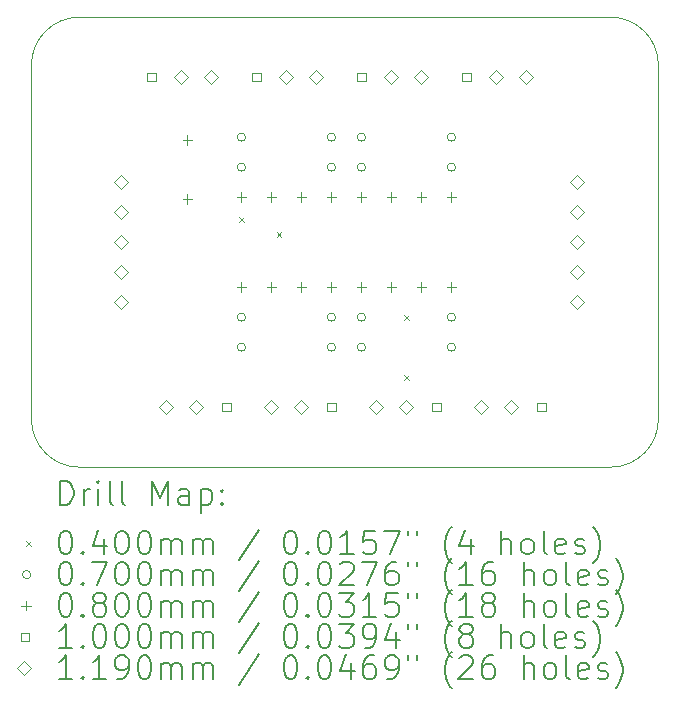
<source format=gbr>
%TF.GenerationSoftware,KiCad,Pcbnew,7.0.1*%
%TF.CreationDate,2023-07-05T13:56:53-05:00*%
%TF.ProjectId,shift in breakout board,73686966-7420-4696-9e20-627265616b6f,rev?*%
%TF.SameCoordinates,Original*%
%TF.FileFunction,Drillmap*%
%TF.FilePolarity,Positive*%
%FSLAX45Y45*%
G04 Gerber Fmt 4.5, Leading zero omitted, Abs format (unit mm)*
G04 Created by KiCad (PCBNEW 7.0.1) date 2023-07-05 13:56:53*
%MOMM*%
%LPD*%
G01*
G04 APERTURE LIST*
%ADD10C,0.100000*%
%ADD11C,0.200000*%
%ADD12C,0.040000*%
%ADD13C,0.070000*%
%ADD14C,0.080000*%
%ADD15C,0.119000*%
G04 APERTURE END LIST*
D10*
X15646400Y-9144000D02*
X20142200Y-9144000D01*
X20142200Y-5334000D02*
X15646400Y-5334000D01*
X15240000Y-8737600D02*
G75*
G03*
X15646400Y-9144000I406400J0D01*
G01*
X20142200Y-9144000D02*
G75*
G03*
X20548600Y-8737600I0J406400D01*
G01*
X15240000Y-5740400D02*
X15240000Y-8737600D01*
X15646400Y-5334000D02*
G75*
G03*
X15240000Y-5740400I0J-406400D01*
G01*
X20548600Y-5740400D02*
G75*
G03*
X20142200Y-5334000I-406400J0D01*
G01*
X20548600Y-8737600D02*
X20548600Y-5740400D01*
D11*
D12*
X16998000Y-7028500D02*
X17038000Y-7068500D01*
X17038000Y-7028500D02*
X16998000Y-7068500D01*
X17315500Y-7155500D02*
X17355500Y-7195500D01*
X17355500Y-7155500D02*
X17315500Y-7195500D01*
X18395000Y-7854000D02*
X18435000Y-7894000D01*
X18435000Y-7854000D02*
X18395000Y-7894000D01*
X18395000Y-8362000D02*
X18435000Y-8402000D01*
X18435000Y-8362000D02*
X18395000Y-8402000D01*
D13*
X17053000Y-6350000D02*
G75*
G03*
X17053000Y-6350000I-35000J0D01*
G01*
X17053000Y-6604000D02*
G75*
G03*
X17053000Y-6604000I-35000J0D01*
G01*
X17053000Y-7874000D02*
G75*
G03*
X17053000Y-7874000I-35000J0D01*
G01*
X17053000Y-8128000D02*
G75*
G03*
X17053000Y-8128000I-35000J0D01*
G01*
X17815000Y-6350000D02*
G75*
G03*
X17815000Y-6350000I-35000J0D01*
G01*
X17815000Y-6604000D02*
G75*
G03*
X17815000Y-6604000I-35000J0D01*
G01*
X17815000Y-7874000D02*
G75*
G03*
X17815000Y-7874000I-35000J0D01*
G01*
X17815000Y-8128000D02*
G75*
G03*
X17815000Y-8128000I-35000J0D01*
G01*
X18069000Y-6350000D02*
G75*
G03*
X18069000Y-6350000I-35000J0D01*
G01*
X18069000Y-6604000D02*
G75*
G03*
X18069000Y-6604000I-35000J0D01*
G01*
X18069000Y-7874000D02*
G75*
G03*
X18069000Y-7874000I-35000J0D01*
G01*
X18069000Y-8128000D02*
G75*
G03*
X18069000Y-8128000I-35000J0D01*
G01*
X18831000Y-6350000D02*
G75*
G03*
X18831000Y-6350000I-35000J0D01*
G01*
X18831000Y-6604000D02*
G75*
G03*
X18831000Y-6604000I-35000J0D01*
G01*
X18831000Y-7874000D02*
G75*
G03*
X18831000Y-7874000I-35000J0D01*
G01*
X18831000Y-8128000D02*
G75*
G03*
X18831000Y-8128000I-35000J0D01*
G01*
D14*
X16560800Y-6335400D02*
X16560800Y-6415400D01*
X16520800Y-6375400D02*
X16600800Y-6375400D01*
X16560800Y-6835400D02*
X16560800Y-6915400D01*
X16520800Y-6875400D02*
X16600800Y-6875400D01*
X17018000Y-6818000D02*
X17018000Y-6898000D01*
X16978000Y-6858000D02*
X17058000Y-6858000D01*
X17018000Y-7580000D02*
X17018000Y-7660000D01*
X16978000Y-7620000D02*
X17058000Y-7620000D01*
X17272000Y-6818000D02*
X17272000Y-6898000D01*
X17232000Y-6858000D02*
X17312000Y-6858000D01*
X17272000Y-7580000D02*
X17272000Y-7660000D01*
X17232000Y-7620000D02*
X17312000Y-7620000D01*
X17526000Y-6818000D02*
X17526000Y-6898000D01*
X17486000Y-6858000D02*
X17566000Y-6858000D01*
X17526000Y-7580000D02*
X17526000Y-7660000D01*
X17486000Y-7620000D02*
X17566000Y-7620000D01*
X17780000Y-6818000D02*
X17780000Y-6898000D01*
X17740000Y-6858000D02*
X17820000Y-6858000D01*
X17780000Y-7580000D02*
X17780000Y-7660000D01*
X17740000Y-7620000D02*
X17820000Y-7620000D01*
X18034000Y-6818000D02*
X18034000Y-6898000D01*
X17994000Y-6858000D02*
X18074000Y-6858000D01*
X18034000Y-7580000D02*
X18034000Y-7660000D01*
X17994000Y-7620000D02*
X18074000Y-7620000D01*
X18288000Y-6818000D02*
X18288000Y-6898000D01*
X18248000Y-6858000D02*
X18328000Y-6858000D01*
X18288000Y-7580000D02*
X18288000Y-7660000D01*
X18248000Y-7620000D02*
X18328000Y-7620000D01*
X18542000Y-6818000D02*
X18542000Y-6898000D01*
X18502000Y-6858000D02*
X18582000Y-6858000D01*
X18542000Y-7580000D02*
X18542000Y-7660000D01*
X18502000Y-7620000D02*
X18582000Y-7620000D01*
X18796000Y-6818000D02*
X18796000Y-6898000D01*
X18756000Y-6858000D02*
X18836000Y-6858000D01*
X18796000Y-7580000D02*
X18796000Y-7660000D01*
X18756000Y-7620000D02*
X18836000Y-7620000D01*
D10*
X16291356Y-5877356D02*
X16291356Y-5806644D01*
X16220644Y-5806644D01*
X16220644Y-5877356D01*
X16291356Y-5877356D01*
X16926356Y-8671356D02*
X16926356Y-8600644D01*
X16855644Y-8600644D01*
X16855644Y-8671356D01*
X16926356Y-8671356D01*
X17180356Y-5877356D02*
X17180356Y-5806644D01*
X17109644Y-5806644D01*
X17109644Y-5877356D01*
X17180356Y-5877356D01*
X17815356Y-8671356D02*
X17815356Y-8600644D01*
X17744644Y-8600644D01*
X17744644Y-8671356D01*
X17815356Y-8671356D01*
X18069356Y-5877356D02*
X18069356Y-5806644D01*
X17998644Y-5806644D01*
X17998644Y-5877356D01*
X18069356Y-5877356D01*
X18704356Y-8671356D02*
X18704356Y-8600644D01*
X18633644Y-8600644D01*
X18633644Y-8671356D01*
X18704356Y-8671356D01*
X18958356Y-5877356D02*
X18958356Y-5806644D01*
X18887644Y-5806644D01*
X18887644Y-5877356D01*
X18958356Y-5877356D01*
X19593356Y-8671356D02*
X19593356Y-8600644D01*
X19522644Y-8600644D01*
X19522644Y-8671356D01*
X19593356Y-8671356D01*
D15*
X16002000Y-6790500D02*
X16061500Y-6731000D01*
X16002000Y-6671500D01*
X15942500Y-6731000D01*
X16002000Y-6790500D01*
X16002000Y-7044500D02*
X16061500Y-6985000D01*
X16002000Y-6925500D01*
X15942500Y-6985000D01*
X16002000Y-7044500D01*
X16002000Y-7298500D02*
X16061500Y-7239000D01*
X16002000Y-7179500D01*
X15942500Y-7239000D01*
X16002000Y-7298500D01*
X16002000Y-7552500D02*
X16061500Y-7493000D01*
X16002000Y-7433500D01*
X15942500Y-7493000D01*
X16002000Y-7552500D01*
X16002000Y-7806500D02*
X16061500Y-7747000D01*
X16002000Y-7687500D01*
X15942500Y-7747000D01*
X16002000Y-7806500D01*
X16383000Y-8695500D02*
X16442500Y-8636000D01*
X16383000Y-8576500D01*
X16323500Y-8636000D01*
X16383000Y-8695500D01*
X16510000Y-5901500D02*
X16569500Y-5842000D01*
X16510000Y-5782500D01*
X16450500Y-5842000D01*
X16510000Y-5901500D01*
X16637000Y-8695500D02*
X16696500Y-8636000D01*
X16637000Y-8576500D01*
X16577500Y-8636000D01*
X16637000Y-8695500D01*
X16764000Y-5901500D02*
X16823500Y-5842000D01*
X16764000Y-5782500D01*
X16704500Y-5842000D01*
X16764000Y-5901500D01*
X17272000Y-8695500D02*
X17331500Y-8636000D01*
X17272000Y-8576500D01*
X17212500Y-8636000D01*
X17272000Y-8695500D01*
X17399000Y-5901500D02*
X17458500Y-5842000D01*
X17399000Y-5782500D01*
X17339500Y-5842000D01*
X17399000Y-5901500D01*
X17526000Y-8695500D02*
X17585500Y-8636000D01*
X17526000Y-8576500D01*
X17466500Y-8636000D01*
X17526000Y-8695500D01*
X17653000Y-5901500D02*
X17712500Y-5842000D01*
X17653000Y-5782500D01*
X17593500Y-5842000D01*
X17653000Y-5901500D01*
X18161000Y-8695500D02*
X18220500Y-8636000D01*
X18161000Y-8576500D01*
X18101500Y-8636000D01*
X18161000Y-8695500D01*
X18288000Y-5901500D02*
X18347500Y-5842000D01*
X18288000Y-5782500D01*
X18228500Y-5842000D01*
X18288000Y-5901500D01*
X18415000Y-8695500D02*
X18474500Y-8636000D01*
X18415000Y-8576500D01*
X18355500Y-8636000D01*
X18415000Y-8695500D01*
X18542000Y-5901500D02*
X18601500Y-5842000D01*
X18542000Y-5782500D01*
X18482500Y-5842000D01*
X18542000Y-5901500D01*
X19050000Y-8695500D02*
X19109500Y-8636000D01*
X19050000Y-8576500D01*
X18990500Y-8636000D01*
X19050000Y-8695500D01*
X19177000Y-5901500D02*
X19236500Y-5842000D01*
X19177000Y-5782500D01*
X19117500Y-5842000D01*
X19177000Y-5901500D01*
X19304000Y-8695500D02*
X19363500Y-8636000D01*
X19304000Y-8576500D01*
X19244500Y-8636000D01*
X19304000Y-8695500D01*
X19431000Y-5901500D02*
X19490500Y-5842000D01*
X19431000Y-5782500D01*
X19371500Y-5842000D01*
X19431000Y-5901500D01*
X19862800Y-6790500D02*
X19922300Y-6731000D01*
X19862800Y-6671500D01*
X19803300Y-6731000D01*
X19862800Y-6790500D01*
X19862800Y-7044500D02*
X19922300Y-6985000D01*
X19862800Y-6925500D01*
X19803300Y-6985000D01*
X19862800Y-7044500D01*
X19862800Y-7298500D02*
X19922300Y-7239000D01*
X19862800Y-7179500D01*
X19803300Y-7239000D01*
X19862800Y-7298500D01*
X19862800Y-7552500D02*
X19922300Y-7493000D01*
X19862800Y-7433500D01*
X19803300Y-7493000D01*
X19862800Y-7552500D01*
X19862800Y-7806500D02*
X19922300Y-7747000D01*
X19862800Y-7687500D01*
X19803300Y-7747000D01*
X19862800Y-7806500D01*
D11*
X15482619Y-9461524D02*
X15482619Y-9261524D01*
X15482619Y-9261524D02*
X15530238Y-9261524D01*
X15530238Y-9261524D02*
X15558809Y-9271048D01*
X15558809Y-9271048D02*
X15577857Y-9290095D01*
X15577857Y-9290095D02*
X15587381Y-9309143D01*
X15587381Y-9309143D02*
X15596905Y-9347238D01*
X15596905Y-9347238D02*
X15596905Y-9375810D01*
X15596905Y-9375810D02*
X15587381Y-9413905D01*
X15587381Y-9413905D02*
X15577857Y-9432952D01*
X15577857Y-9432952D02*
X15558809Y-9452000D01*
X15558809Y-9452000D02*
X15530238Y-9461524D01*
X15530238Y-9461524D02*
X15482619Y-9461524D01*
X15682619Y-9461524D02*
X15682619Y-9328190D01*
X15682619Y-9366286D02*
X15692143Y-9347238D01*
X15692143Y-9347238D02*
X15701667Y-9337714D01*
X15701667Y-9337714D02*
X15720714Y-9328190D01*
X15720714Y-9328190D02*
X15739762Y-9328190D01*
X15806428Y-9461524D02*
X15806428Y-9328190D01*
X15806428Y-9261524D02*
X15796905Y-9271048D01*
X15796905Y-9271048D02*
X15806428Y-9280571D01*
X15806428Y-9280571D02*
X15815952Y-9271048D01*
X15815952Y-9271048D02*
X15806428Y-9261524D01*
X15806428Y-9261524D02*
X15806428Y-9280571D01*
X15930238Y-9461524D02*
X15911190Y-9452000D01*
X15911190Y-9452000D02*
X15901667Y-9432952D01*
X15901667Y-9432952D02*
X15901667Y-9261524D01*
X16035000Y-9461524D02*
X16015952Y-9452000D01*
X16015952Y-9452000D02*
X16006428Y-9432952D01*
X16006428Y-9432952D02*
X16006428Y-9261524D01*
X16263571Y-9461524D02*
X16263571Y-9261524D01*
X16263571Y-9261524D02*
X16330238Y-9404381D01*
X16330238Y-9404381D02*
X16396905Y-9261524D01*
X16396905Y-9261524D02*
X16396905Y-9461524D01*
X16577857Y-9461524D02*
X16577857Y-9356762D01*
X16577857Y-9356762D02*
X16568333Y-9337714D01*
X16568333Y-9337714D02*
X16549286Y-9328190D01*
X16549286Y-9328190D02*
X16511190Y-9328190D01*
X16511190Y-9328190D02*
X16492143Y-9337714D01*
X16577857Y-9452000D02*
X16558809Y-9461524D01*
X16558809Y-9461524D02*
X16511190Y-9461524D01*
X16511190Y-9461524D02*
X16492143Y-9452000D01*
X16492143Y-9452000D02*
X16482619Y-9432952D01*
X16482619Y-9432952D02*
X16482619Y-9413905D01*
X16482619Y-9413905D02*
X16492143Y-9394857D01*
X16492143Y-9394857D02*
X16511190Y-9385333D01*
X16511190Y-9385333D02*
X16558809Y-9385333D01*
X16558809Y-9385333D02*
X16577857Y-9375810D01*
X16673095Y-9328190D02*
X16673095Y-9528190D01*
X16673095Y-9337714D02*
X16692143Y-9328190D01*
X16692143Y-9328190D02*
X16730238Y-9328190D01*
X16730238Y-9328190D02*
X16749286Y-9337714D01*
X16749286Y-9337714D02*
X16758809Y-9347238D01*
X16758809Y-9347238D02*
X16768333Y-9366286D01*
X16768333Y-9366286D02*
X16768333Y-9423429D01*
X16768333Y-9423429D02*
X16758809Y-9442476D01*
X16758809Y-9442476D02*
X16749286Y-9452000D01*
X16749286Y-9452000D02*
X16730238Y-9461524D01*
X16730238Y-9461524D02*
X16692143Y-9461524D01*
X16692143Y-9461524D02*
X16673095Y-9452000D01*
X16854048Y-9442476D02*
X16863571Y-9452000D01*
X16863571Y-9452000D02*
X16854048Y-9461524D01*
X16854048Y-9461524D02*
X16844524Y-9452000D01*
X16844524Y-9452000D02*
X16854048Y-9442476D01*
X16854048Y-9442476D02*
X16854048Y-9461524D01*
X16854048Y-9337714D02*
X16863571Y-9347238D01*
X16863571Y-9347238D02*
X16854048Y-9356762D01*
X16854048Y-9356762D02*
X16844524Y-9347238D01*
X16844524Y-9347238D02*
X16854048Y-9337714D01*
X16854048Y-9337714D02*
X16854048Y-9356762D01*
D12*
X15195000Y-9769000D02*
X15235000Y-9809000D01*
X15235000Y-9769000D02*
X15195000Y-9809000D01*
D11*
X15520714Y-9681524D02*
X15539762Y-9681524D01*
X15539762Y-9681524D02*
X15558809Y-9691048D01*
X15558809Y-9691048D02*
X15568333Y-9700571D01*
X15568333Y-9700571D02*
X15577857Y-9719619D01*
X15577857Y-9719619D02*
X15587381Y-9757714D01*
X15587381Y-9757714D02*
X15587381Y-9805333D01*
X15587381Y-9805333D02*
X15577857Y-9843429D01*
X15577857Y-9843429D02*
X15568333Y-9862476D01*
X15568333Y-9862476D02*
X15558809Y-9872000D01*
X15558809Y-9872000D02*
X15539762Y-9881524D01*
X15539762Y-9881524D02*
X15520714Y-9881524D01*
X15520714Y-9881524D02*
X15501667Y-9872000D01*
X15501667Y-9872000D02*
X15492143Y-9862476D01*
X15492143Y-9862476D02*
X15482619Y-9843429D01*
X15482619Y-9843429D02*
X15473095Y-9805333D01*
X15473095Y-9805333D02*
X15473095Y-9757714D01*
X15473095Y-9757714D02*
X15482619Y-9719619D01*
X15482619Y-9719619D02*
X15492143Y-9700571D01*
X15492143Y-9700571D02*
X15501667Y-9691048D01*
X15501667Y-9691048D02*
X15520714Y-9681524D01*
X15673095Y-9862476D02*
X15682619Y-9872000D01*
X15682619Y-9872000D02*
X15673095Y-9881524D01*
X15673095Y-9881524D02*
X15663571Y-9872000D01*
X15663571Y-9872000D02*
X15673095Y-9862476D01*
X15673095Y-9862476D02*
X15673095Y-9881524D01*
X15854048Y-9748190D02*
X15854048Y-9881524D01*
X15806428Y-9672000D02*
X15758809Y-9814857D01*
X15758809Y-9814857D02*
X15882619Y-9814857D01*
X15996905Y-9681524D02*
X16015952Y-9681524D01*
X16015952Y-9681524D02*
X16035000Y-9691048D01*
X16035000Y-9691048D02*
X16044524Y-9700571D01*
X16044524Y-9700571D02*
X16054048Y-9719619D01*
X16054048Y-9719619D02*
X16063571Y-9757714D01*
X16063571Y-9757714D02*
X16063571Y-9805333D01*
X16063571Y-9805333D02*
X16054048Y-9843429D01*
X16054048Y-9843429D02*
X16044524Y-9862476D01*
X16044524Y-9862476D02*
X16035000Y-9872000D01*
X16035000Y-9872000D02*
X16015952Y-9881524D01*
X16015952Y-9881524D02*
X15996905Y-9881524D01*
X15996905Y-9881524D02*
X15977857Y-9872000D01*
X15977857Y-9872000D02*
X15968333Y-9862476D01*
X15968333Y-9862476D02*
X15958809Y-9843429D01*
X15958809Y-9843429D02*
X15949286Y-9805333D01*
X15949286Y-9805333D02*
X15949286Y-9757714D01*
X15949286Y-9757714D02*
X15958809Y-9719619D01*
X15958809Y-9719619D02*
X15968333Y-9700571D01*
X15968333Y-9700571D02*
X15977857Y-9691048D01*
X15977857Y-9691048D02*
X15996905Y-9681524D01*
X16187381Y-9681524D02*
X16206429Y-9681524D01*
X16206429Y-9681524D02*
X16225476Y-9691048D01*
X16225476Y-9691048D02*
X16235000Y-9700571D01*
X16235000Y-9700571D02*
X16244524Y-9719619D01*
X16244524Y-9719619D02*
X16254048Y-9757714D01*
X16254048Y-9757714D02*
X16254048Y-9805333D01*
X16254048Y-9805333D02*
X16244524Y-9843429D01*
X16244524Y-9843429D02*
X16235000Y-9862476D01*
X16235000Y-9862476D02*
X16225476Y-9872000D01*
X16225476Y-9872000D02*
X16206429Y-9881524D01*
X16206429Y-9881524D02*
X16187381Y-9881524D01*
X16187381Y-9881524D02*
X16168333Y-9872000D01*
X16168333Y-9872000D02*
X16158809Y-9862476D01*
X16158809Y-9862476D02*
X16149286Y-9843429D01*
X16149286Y-9843429D02*
X16139762Y-9805333D01*
X16139762Y-9805333D02*
X16139762Y-9757714D01*
X16139762Y-9757714D02*
X16149286Y-9719619D01*
X16149286Y-9719619D02*
X16158809Y-9700571D01*
X16158809Y-9700571D02*
X16168333Y-9691048D01*
X16168333Y-9691048D02*
X16187381Y-9681524D01*
X16339762Y-9881524D02*
X16339762Y-9748190D01*
X16339762Y-9767238D02*
X16349286Y-9757714D01*
X16349286Y-9757714D02*
X16368333Y-9748190D01*
X16368333Y-9748190D02*
X16396905Y-9748190D01*
X16396905Y-9748190D02*
X16415952Y-9757714D01*
X16415952Y-9757714D02*
X16425476Y-9776762D01*
X16425476Y-9776762D02*
X16425476Y-9881524D01*
X16425476Y-9776762D02*
X16435000Y-9757714D01*
X16435000Y-9757714D02*
X16454048Y-9748190D01*
X16454048Y-9748190D02*
X16482619Y-9748190D01*
X16482619Y-9748190D02*
X16501667Y-9757714D01*
X16501667Y-9757714D02*
X16511190Y-9776762D01*
X16511190Y-9776762D02*
X16511190Y-9881524D01*
X16606429Y-9881524D02*
X16606429Y-9748190D01*
X16606429Y-9767238D02*
X16615952Y-9757714D01*
X16615952Y-9757714D02*
X16635000Y-9748190D01*
X16635000Y-9748190D02*
X16663571Y-9748190D01*
X16663571Y-9748190D02*
X16682619Y-9757714D01*
X16682619Y-9757714D02*
X16692143Y-9776762D01*
X16692143Y-9776762D02*
X16692143Y-9881524D01*
X16692143Y-9776762D02*
X16701667Y-9757714D01*
X16701667Y-9757714D02*
X16720714Y-9748190D01*
X16720714Y-9748190D02*
X16749286Y-9748190D01*
X16749286Y-9748190D02*
X16768333Y-9757714D01*
X16768333Y-9757714D02*
X16777857Y-9776762D01*
X16777857Y-9776762D02*
X16777857Y-9881524D01*
X17168333Y-9672000D02*
X16996905Y-9929143D01*
X17425476Y-9681524D02*
X17444524Y-9681524D01*
X17444524Y-9681524D02*
X17463572Y-9691048D01*
X17463572Y-9691048D02*
X17473095Y-9700571D01*
X17473095Y-9700571D02*
X17482619Y-9719619D01*
X17482619Y-9719619D02*
X17492143Y-9757714D01*
X17492143Y-9757714D02*
X17492143Y-9805333D01*
X17492143Y-9805333D02*
X17482619Y-9843429D01*
X17482619Y-9843429D02*
X17473095Y-9862476D01*
X17473095Y-9862476D02*
X17463572Y-9872000D01*
X17463572Y-9872000D02*
X17444524Y-9881524D01*
X17444524Y-9881524D02*
X17425476Y-9881524D01*
X17425476Y-9881524D02*
X17406429Y-9872000D01*
X17406429Y-9872000D02*
X17396905Y-9862476D01*
X17396905Y-9862476D02*
X17387381Y-9843429D01*
X17387381Y-9843429D02*
X17377857Y-9805333D01*
X17377857Y-9805333D02*
X17377857Y-9757714D01*
X17377857Y-9757714D02*
X17387381Y-9719619D01*
X17387381Y-9719619D02*
X17396905Y-9700571D01*
X17396905Y-9700571D02*
X17406429Y-9691048D01*
X17406429Y-9691048D02*
X17425476Y-9681524D01*
X17577857Y-9862476D02*
X17587381Y-9872000D01*
X17587381Y-9872000D02*
X17577857Y-9881524D01*
X17577857Y-9881524D02*
X17568334Y-9872000D01*
X17568334Y-9872000D02*
X17577857Y-9862476D01*
X17577857Y-9862476D02*
X17577857Y-9881524D01*
X17711191Y-9681524D02*
X17730238Y-9681524D01*
X17730238Y-9681524D02*
X17749286Y-9691048D01*
X17749286Y-9691048D02*
X17758810Y-9700571D01*
X17758810Y-9700571D02*
X17768334Y-9719619D01*
X17768334Y-9719619D02*
X17777857Y-9757714D01*
X17777857Y-9757714D02*
X17777857Y-9805333D01*
X17777857Y-9805333D02*
X17768334Y-9843429D01*
X17768334Y-9843429D02*
X17758810Y-9862476D01*
X17758810Y-9862476D02*
X17749286Y-9872000D01*
X17749286Y-9872000D02*
X17730238Y-9881524D01*
X17730238Y-9881524D02*
X17711191Y-9881524D01*
X17711191Y-9881524D02*
X17692143Y-9872000D01*
X17692143Y-9872000D02*
X17682619Y-9862476D01*
X17682619Y-9862476D02*
X17673095Y-9843429D01*
X17673095Y-9843429D02*
X17663572Y-9805333D01*
X17663572Y-9805333D02*
X17663572Y-9757714D01*
X17663572Y-9757714D02*
X17673095Y-9719619D01*
X17673095Y-9719619D02*
X17682619Y-9700571D01*
X17682619Y-9700571D02*
X17692143Y-9691048D01*
X17692143Y-9691048D02*
X17711191Y-9681524D01*
X17968334Y-9881524D02*
X17854048Y-9881524D01*
X17911191Y-9881524D02*
X17911191Y-9681524D01*
X17911191Y-9681524D02*
X17892143Y-9710095D01*
X17892143Y-9710095D02*
X17873095Y-9729143D01*
X17873095Y-9729143D02*
X17854048Y-9738667D01*
X18149286Y-9681524D02*
X18054048Y-9681524D01*
X18054048Y-9681524D02*
X18044524Y-9776762D01*
X18044524Y-9776762D02*
X18054048Y-9767238D01*
X18054048Y-9767238D02*
X18073095Y-9757714D01*
X18073095Y-9757714D02*
X18120715Y-9757714D01*
X18120715Y-9757714D02*
X18139762Y-9767238D01*
X18139762Y-9767238D02*
X18149286Y-9776762D01*
X18149286Y-9776762D02*
X18158810Y-9795810D01*
X18158810Y-9795810D02*
X18158810Y-9843429D01*
X18158810Y-9843429D02*
X18149286Y-9862476D01*
X18149286Y-9862476D02*
X18139762Y-9872000D01*
X18139762Y-9872000D02*
X18120715Y-9881524D01*
X18120715Y-9881524D02*
X18073095Y-9881524D01*
X18073095Y-9881524D02*
X18054048Y-9872000D01*
X18054048Y-9872000D02*
X18044524Y-9862476D01*
X18225476Y-9681524D02*
X18358810Y-9681524D01*
X18358810Y-9681524D02*
X18273095Y-9881524D01*
X18425476Y-9681524D02*
X18425476Y-9719619D01*
X18501667Y-9681524D02*
X18501667Y-9719619D01*
X18796905Y-9957714D02*
X18787381Y-9948190D01*
X18787381Y-9948190D02*
X18768334Y-9919619D01*
X18768334Y-9919619D02*
X18758810Y-9900571D01*
X18758810Y-9900571D02*
X18749286Y-9872000D01*
X18749286Y-9872000D02*
X18739762Y-9824381D01*
X18739762Y-9824381D02*
X18739762Y-9786286D01*
X18739762Y-9786286D02*
X18749286Y-9738667D01*
X18749286Y-9738667D02*
X18758810Y-9710095D01*
X18758810Y-9710095D02*
X18768334Y-9691048D01*
X18768334Y-9691048D02*
X18787381Y-9662476D01*
X18787381Y-9662476D02*
X18796905Y-9652952D01*
X18958810Y-9748190D02*
X18958810Y-9881524D01*
X18911191Y-9672000D02*
X18863572Y-9814857D01*
X18863572Y-9814857D02*
X18987381Y-9814857D01*
X19215953Y-9881524D02*
X19215953Y-9681524D01*
X19301667Y-9881524D02*
X19301667Y-9776762D01*
X19301667Y-9776762D02*
X19292143Y-9757714D01*
X19292143Y-9757714D02*
X19273096Y-9748190D01*
X19273096Y-9748190D02*
X19244524Y-9748190D01*
X19244524Y-9748190D02*
X19225477Y-9757714D01*
X19225477Y-9757714D02*
X19215953Y-9767238D01*
X19425477Y-9881524D02*
X19406429Y-9872000D01*
X19406429Y-9872000D02*
X19396905Y-9862476D01*
X19396905Y-9862476D02*
X19387381Y-9843429D01*
X19387381Y-9843429D02*
X19387381Y-9786286D01*
X19387381Y-9786286D02*
X19396905Y-9767238D01*
X19396905Y-9767238D02*
X19406429Y-9757714D01*
X19406429Y-9757714D02*
X19425477Y-9748190D01*
X19425477Y-9748190D02*
X19454048Y-9748190D01*
X19454048Y-9748190D02*
X19473096Y-9757714D01*
X19473096Y-9757714D02*
X19482619Y-9767238D01*
X19482619Y-9767238D02*
X19492143Y-9786286D01*
X19492143Y-9786286D02*
X19492143Y-9843429D01*
X19492143Y-9843429D02*
X19482619Y-9862476D01*
X19482619Y-9862476D02*
X19473096Y-9872000D01*
X19473096Y-9872000D02*
X19454048Y-9881524D01*
X19454048Y-9881524D02*
X19425477Y-9881524D01*
X19606429Y-9881524D02*
X19587381Y-9872000D01*
X19587381Y-9872000D02*
X19577858Y-9852952D01*
X19577858Y-9852952D02*
X19577858Y-9681524D01*
X19758810Y-9872000D02*
X19739762Y-9881524D01*
X19739762Y-9881524D02*
X19701667Y-9881524D01*
X19701667Y-9881524D02*
X19682619Y-9872000D01*
X19682619Y-9872000D02*
X19673096Y-9852952D01*
X19673096Y-9852952D02*
X19673096Y-9776762D01*
X19673096Y-9776762D02*
X19682619Y-9757714D01*
X19682619Y-9757714D02*
X19701667Y-9748190D01*
X19701667Y-9748190D02*
X19739762Y-9748190D01*
X19739762Y-9748190D02*
X19758810Y-9757714D01*
X19758810Y-9757714D02*
X19768334Y-9776762D01*
X19768334Y-9776762D02*
X19768334Y-9795810D01*
X19768334Y-9795810D02*
X19673096Y-9814857D01*
X19844524Y-9872000D02*
X19863572Y-9881524D01*
X19863572Y-9881524D02*
X19901667Y-9881524D01*
X19901667Y-9881524D02*
X19920715Y-9872000D01*
X19920715Y-9872000D02*
X19930239Y-9852952D01*
X19930239Y-9852952D02*
X19930239Y-9843429D01*
X19930239Y-9843429D02*
X19920715Y-9824381D01*
X19920715Y-9824381D02*
X19901667Y-9814857D01*
X19901667Y-9814857D02*
X19873096Y-9814857D01*
X19873096Y-9814857D02*
X19854048Y-9805333D01*
X19854048Y-9805333D02*
X19844524Y-9786286D01*
X19844524Y-9786286D02*
X19844524Y-9776762D01*
X19844524Y-9776762D02*
X19854048Y-9757714D01*
X19854048Y-9757714D02*
X19873096Y-9748190D01*
X19873096Y-9748190D02*
X19901667Y-9748190D01*
X19901667Y-9748190D02*
X19920715Y-9757714D01*
X19996905Y-9957714D02*
X20006429Y-9948190D01*
X20006429Y-9948190D02*
X20025477Y-9919619D01*
X20025477Y-9919619D02*
X20035000Y-9900571D01*
X20035000Y-9900571D02*
X20044524Y-9872000D01*
X20044524Y-9872000D02*
X20054048Y-9824381D01*
X20054048Y-9824381D02*
X20054048Y-9786286D01*
X20054048Y-9786286D02*
X20044524Y-9738667D01*
X20044524Y-9738667D02*
X20035000Y-9710095D01*
X20035000Y-9710095D02*
X20025477Y-9691048D01*
X20025477Y-9691048D02*
X20006429Y-9662476D01*
X20006429Y-9662476D02*
X19996905Y-9652952D01*
D13*
X15235000Y-10053000D02*
G75*
G03*
X15235000Y-10053000I-35000J0D01*
G01*
D11*
X15520714Y-9945524D02*
X15539762Y-9945524D01*
X15539762Y-9945524D02*
X15558809Y-9955048D01*
X15558809Y-9955048D02*
X15568333Y-9964571D01*
X15568333Y-9964571D02*
X15577857Y-9983619D01*
X15577857Y-9983619D02*
X15587381Y-10021714D01*
X15587381Y-10021714D02*
X15587381Y-10069333D01*
X15587381Y-10069333D02*
X15577857Y-10107429D01*
X15577857Y-10107429D02*
X15568333Y-10126476D01*
X15568333Y-10126476D02*
X15558809Y-10136000D01*
X15558809Y-10136000D02*
X15539762Y-10145524D01*
X15539762Y-10145524D02*
X15520714Y-10145524D01*
X15520714Y-10145524D02*
X15501667Y-10136000D01*
X15501667Y-10136000D02*
X15492143Y-10126476D01*
X15492143Y-10126476D02*
X15482619Y-10107429D01*
X15482619Y-10107429D02*
X15473095Y-10069333D01*
X15473095Y-10069333D02*
X15473095Y-10021714D01*
X15473095Y-10021714D02*
X15482619Y-9983619D01*
X15482619Y-9983619D02*
X15492143Y-9964571D01*
X15492143Y-9964571D02*
X15501667Y-9955048D01*
X15501667Y-9955048D02*
X15520714Y-9945524D01*
X15673095Y-10126476D02*
X15682619Y-10136000D01*
X15682619Y-10136000D02*
X15673095Y-10145524D01*
X15673095Y-10145524D02*
X15663571Y-10136000D01*
X15663571Y-10136000D02*
X15673095Y-10126476D01*
X15673095Y-10126476D02*
X15673095Y-10145524D01*
X15749286Y-9945524D02*
X15882619Y-9945524D01*
X15882619Y-9945524D02*
X15796905Y-10145524D01*
X15996905Y-9945524D02*
X16015952Y-9945524D01*
X16015952Y-9945524D02*
X16035000Y-9955048D01*
X16035000Y-9955048D02*
X16044524Y-9964571D01*
X16044524Y-9964571D02*
X16054048Y-9983619D01*
X16054048Y-9983619D02*
X16063571Y-10021714D01*
X16063571Y-10021714D02*
X16063571Y-10069333D01*
X16063571Y-10069333D02*
X16054048Y-10107429D01*
X16054048Y-10107429D02*
X16044524Y-10126476D01*
X16044524Y-10126476D02*
X16035000Y-10136000D01*
X16035000Y-10136000D02*
X16015952Y-10145524D01*
X16015952Y-10145524D02*
X15996905Y-10145524D01*
X15996905Y-10145524D02*
X15977857Y-10136000D01*
X15977857Y-10136000D02*
X15968333Y-10126476D01*
X15968333Y-10126476D02*
X15958809Y-10107429D01*
X15958809Y-10107429D02*
X15949286Y-10069333D01*
X15949286Y-10069333D02*
X15949286Y-10021714D01*
X15949286Y-10021714D02*
X15958809Y-9983619D01*
X15958809Y-9983619D02*
X15968333Y-9964571D01*
X15968333Y-9964571D02*
X15977857Y-9955048D01*
X15977857Y-9955048D02*
X15996905Y-9945524D01*
X16187381Y-9945524D02*
X16206429Y-9945524D01*
X16206429Y-9945524D02*
X16225476Y-9955048D01*
X16225476Y-9955048D02*
X16235000Y-9964571D01*
X16235000Y-9964571D02*
X16244524Y-9983619D01*
X16244524Y-9983619D02*
X16254048Y-10021714D01*
X16254048Y-10021714D02*
X16254048Y-10069333D01*
X16254048Y-10069333D02*
X16244524Y-10107429D01*
X16244524Y-10107429D02*
X16235000Y-10126476D01*
X16235000Y-10126476D02*
X16225476Y-10136000D01*
X16225476Y-10136000D02*
X16206429Y-10145524D01*
X16206429Y-10145524D02*
X16187381Y-10145524D01*
X16187381Y-10145524D02*
X16168333Y-10136000D01*
X16168333Y-10136000D02*
X16158809Y-10126476D01*
X16158809Y-10126476D02*
X16149286Y-10107429D01*
X16149286Y-10107429D02*
X16139762Y-10069333D01*
X16139762Y-10069333D02*
X16139762Y-10021714D01*
X16139762Y-10021714D02*
X16149286Y-9983619D01*
X16149286Y-9983619D02*
X16158809Y-9964571D01*
X16158809Y-9964571D02*
X16168333Y-9955048D01*
X16168333Y-9955048D02*
X16187381Y-9945524D01*
X16339762Y-10145524D02*
X16339762Y-10012190D01*
X16339762Y-10031238D02*
X16349286Y-10021714D01*
X16349286Y-10021714D02*
X16368333Y-10012190D01*
X16368333Y-10012190D02*
X16396905Y-10012190D01*
X16396905Y-10012190D02*
X16415952Y-10021714D01*
X16415952Y-10021714D02*
X16425476Y-10040762D01*
X16425476Y-10040762D02*
X16425476Y-10145524D01*
X16425476Y-10040762D02*
X16435000Y-10021714D01*
X16435000Y-10021714D02*
X16454048Y-10012190D01*
X16454048Y-10012190D02*
X16482619Y-10012190D01*
X16482619Y-10012190D02*
X16501667Y-10021714D01*
X16501667Y-10021714D02*
X16511190Y-10040762D01*
X16511190Y-10040762D02*
X16511190Y-10145524D01*
X16606429Y-10145524D02*
X16606429Y-10012190D01*
X16606429Y-10031238D02*
X16615952Y-10021714D01*
X16615952Y-10021714D02*
X16635000Y-10012190D01*
X16635000Y-10012190D02*
X16663571Y-10012190D01*
X16663571Y-10012190D02*
X16682619Y-10021714D01*
X16682619Y-10021714D02*
X16692143Y-10040762D01*
X16692143Y-10040762D02*
X16692143Y-10145524D01*
X16692143Y-10040762D02*
X16701667Y-10021714D01*
X16701667Y-10021714D02*
X16720714Y-10012190D01*
X16720714Y-10012190D02*
X16749286Y-10012190D01*
X16749286Y-10012190D02*
X16768333Y-10021714D01*
X16768333Y-10021714D02*
X16777857Y-10040762D01*
X16777857Y-10040762D02*
X16777857Y-10145524D01*
X17168333Y-9936000D02*
X16996905Y-10193143D01*
X17425476Y-9945524D02*
X17444524Y-9945524D01*
X17444524Y-9945524D02*
X17463572Y-9955048D01*
X17463572Y-9955048D02*
X17473095Y-9964571D01*
X17473095Y-9964571D02*
X17482619Y-9983619D01*
X17482619Y-9983619D02*
X17492143Y-10021714D01*
X17492143Y-10021714D02*
X17492143Y-10069333D01*
X17492143Y-10069333D02*
X17482619Y-10107429D01*
X17482619Y-10107429D02*
X17473095Y-10126476D01*
X17473095Y-10126476D02*
X17463572Y-10136000D01*
X17463572Y-10136000D02*
X17444524Y-10145524D01*
X17444524Y-10145524D02*
X17425476Y-10145524D01*
X17425476Y-10145524D02*
X17406429Y-10136000D01*
X17406429Y-10136000D02*
X17396905Y-10126476D01*
X17396905Y-10126476D02*
X17387381Y-10107429D01*
X17387381Y-10107429D02*
X17377857Y-10069333D01*
X17377857Y-10069333D02*
X17377857Y-10021714D01*
X17377857Y-10021714D02*
X17387381Y-9983619D01*
X17387381Y-9983619D02*
X17396905Y-9964571D01*
X17396905Y-9964571D02*
X17406429Y-9955048D01*
X17406429Y-9955048D02*
X17425476Y-9945524D01*
X17577857Y-10126476D02*
X17587381Y-10136000D01*
X17587381Y-10136000D02*
X17577857Y-10145524D01*
X17577857Y-10145524D02*
X17568334Y-10136000D01*
X17568334Y-10136000D02*
X17577857Y-10126476D01*
X17577857Y-10126476D02*
X17577857Y-10145524D01*
X17711191Y-9945524D02*
X17730238Y-9945524D01*
X17730238Y-9945524D02*
X17749286Y-9955048D01*
X17749286Y-9955048D02*
X17758810Y-9964571D01*
X17758810Y-9964571D02*
X17768334Y-9983619D01*
X17768334Y-9983619D02*
X17777857Y-10021714D01*
X17777857Y-10021714D02*
X17777857Y-10069333D01*
X17777857Y-10069333D02*
X17768334Y-10107429D01*
X17768334Y-10107429D02*
X17758810Y-10126476D01*
X17758810Y-10126476D02*
X17749286Y-10136000D01*
X17749286Y-10136000D02*
X17730238Y-10145524D01*
X17730238Y-10145524D02*
X17711191Y-10145524D01*
X17711191Y-10145524D02*
X17692143Y-10136000D01*
X17692143Y-10136000D02*
X17682619Y-10126476D01*
X17682619Y-10126476D02*
X17673095Y-10107429D01*
X17673095Y-10107429D02*
X17663572Y-10069333D01*
X17663572Y-10069333D02*
X17663572Y-10021714D01*
X17663572Y-10021714D02*
X17673095Y-9983619D01*
X17673095Y-9983619D02*
X17682619Y-9964571D01*
X17682619Y-9964571D02*
X17692143Y-9955048D01*
X17692143Y-9955048D02*
X17711191Y-9945524D01*
X17854048Y-9964571D02*
X17863572Y-9955048D01*
X17863572Y-9955048D02*
X17882619Y-9945524D01*
X17882619Y-9945524D02*
X17930238Y-9945524D01*
X17930238Y-9945524D02*
X17949286Y-9955048D01*
X17949286Y-9955048D02*
X17958810Y-9964571D01*
X17958810Y-9964571D02*
X17968334Y-9983619D01*
X17968334Y-9983619D02*
X17968334Y-10002667D01*
X17968334Y-10002667D02*
X17958810Y-10031238D01*
X17958810Y-10031238D02*
X17844524Y-10145524D01*
X17844524Y-10145524D02*
X17968334Y-10145524D01*
X18035000Y-9945524D02*
X18168334Y-9945524D01*
X18168334Y-9945524D02*
X18082619Y-10145524D01*
X18330238Y-9945524D02*
X18292143Y-9945524D01*
X18292143Y-9945524D02*
X18273095Y-9955048D01*
X18273095Y-9955048D02*
X18263572Y-9964571D01*
X18263572Y-9964571D02*
X18244524Y-9993143D01*
X18244524Y-9993143D02*
X18235000Y-10031238D01*
X18235000Y-10031238D02*
X18235000Y-10107429D01*
X18235000Y-10107429D02*
X18244524Y-10126476D01*
X18244524Y-10126476D02*
X18254048Y-10136000D01*
X18254048Y-10136000D02*
X18273095Y-10145524D01*
X18273095Y-10145524D02*
X18311191Y-10145524D01*
X18311191Y-10145524D02*
X18330238Y-10136000D01*
X18330238Y-10136000D02*
X18339762Y-10126476D01*
X18339762Y-10126476D02*
X18349286Y-10107429D01*
X18349286Y-10107429D02*
X18349286Y-10059810D01*
X18349286Y-10059810D02*
X18339762Y-10040762D01*
X18339762Y-10040762D02*
X18330238Y-10031238D01*
X18330238Y-10031238D02*
X18311191Y-10021714D01*
X18311191Y-10021714D02*
X18273095Y-10021714D01*
X18273095Y-10021714D02*
X18254048Y-10031238D01*
X18254048Y-10031238D02*
X18244524Y-10040762D01*
X18244524Y-10040762D02*
X18235000Y-10059810D01*
X18425476Y-9945524D02*
X18425476Y-9983619D01*
X18501667Y-9945524D02*
X18501667Y-9983619D01*
X18796905Y-10221714D02*
X18787381Y-10212190D01*
X18787381Y-10212190D02*
X18768334Y-10183619D01*
X18768334Y-10183619D02*
X18758810Y-10164571D01*
X18758810Y-10164571D02*
X18749286Y-10136000D01*
X18749286Y-10136000D02*
X18739762Y-10088381D01*
X18739762Y-10088381D02*
X18739762Y-10050286D01*
X18739762Y-10050286D02*
X18749286Y-10002667D01*
X18749286Y-10002667D02*
X18758810Y-9974095D01*
X18758810Y-9974095D02*
X18768334Y-9955048D01*
X18768334Y-9955048D02*
X18787381Y-9926476D01*
X18787381Y-9926476D02*
X18796905Y-9916952D01*
X18977857Y-10145524D02*
X18863572Y-10145524D01*
X18920715Y-10145524D02*
X18920715Y-9945524D01*
X18920715Y-9945524D02*
X18901667Y-9974095D01*
X18901667Y-9974095D02*
X18882619Y-9993143D01*
X18882619Y-9993143D02*
X18863572Y-10002667D01*
X19149286Y-9945524D02*
X19111191Y-9945524D01*
X19111191Y-9945524D02*
X19092143Y-9955048D01*
X19092143Y-9955048D02*
X19082619Y-9964571D01*
X19082619Y-9964571D02*
X19063572Y-9993143D01*
X19063572Y-9993143D02*
X19054048Y-10031238D01*
X19054048Y-10031238D02*
X19054048Y-10107429D01*
X19054048Y-10107429D02*
X19063572Y-10126476D01*
X19063572Y-10126476D02*
X19073096Y-10136000D01*
X19073096Y-10136000D02*
X19092143Y-10145524D01*
X19092143Y-10145524D02*
X19130238Y-10145524D01*
X19130238Y-10145524D02*
X19149286Y-10136000D01*
X19149286Y-10136000D02*
X19158810Y-10126476D01*
X19158810Y-10126476D02*
X19168334Y-10107429D01*
X19168334Y-10107429D02*
X19168334Y-10059810D01*
X19168334Y-10059810D02*
X19158810Y-10040762D01*
X19158810Y-10040762D02*
X19149286Y-10031238D01*
X19149286Y-10031238D02*
X19130238Y-10021714D01*
X19130238Y-10021714D02*
X19092143Y-10021714D01*
X19092143Y-10021714D02*
X19073096Y-10031238D01*
X19073096Y-10031238D02*
X19063572Y-10040762D01*
X19063572Y-10040762D02*
X19054048Y-10059810D01*
X19406429Y-10145524D02*
X19406429Y-9945524D01*
X19492143Y-10145524D02*
X19492143Y-10040762D01*
X19492143Y-10040762D02*
X19482619Y-10021714D01*
X19482619Y-10021714D02*
X19463572Y-10012190D01*
X19463572Y-10012190D02*
X19435000Y-10012190D01*
X19435000Y-10012190D02*
X19415953Y-10021714D01*
X19415953Y-10021714D02*
X19406429Y-10031238D01*
X19615953Y-10145524D02*
X19596905Y-10136000D01*
X19596905Y-10136000D02*
X19587381Y-10126476D01*
X19587381Y-10126476D02*
X19577858Y-10107429D01*
X19577858Y-10107429D02*
X19577858Y-10050286D01*
X19577858Y-10050286D02*
X19587381Y-10031238D01*
X19587381Y-10031238D02*
X19596905Y-10021714D01*
X19596905Y-10021714D02*
X19615953Y-10012190D01*
X19615953Y-10012190D02*
X19644524Y-10012190D01*
X19644524Y-10012190D02*
X19663572Y-10021714D01*
X19663572Y-10021714D02*
X19673096Y-10031238D01*
X19673096Y-10031238D02*
X19682619Y-10050286D01*
X19682619Y-10050286D02*
X19682619Y-10107429D01*
X19682619Y-10107429D02*
X19673096Y-10126476D01*
X19673096Y-10126476D02*
X19663572Y-10136000D01*
X19663572Y-10136000D02*
X19644524Y-10145524D01*
X19644524Y-10145524D02*
X19615953Y-10145524D01*
X19796905Y-10145524D02*
X19777858Y-10136000D01*
X19777858Y-10136000D02*
X19768334Y-10116952D01*
X19768334Y-10116952D02*
X19768334Y-9945524D01*
X19949286Y-10136000D02*
X19930239Y-10145524D01*
X19930239Y-10145524D02*
X19892143Y-10145524D01*
X19892143Y-10145524D02*
X19873096Y-10136000D01*
X19873096Y-10136000D02*
X19863572Y-10116952D01*
X19863572Y-10116952D02*
X19863572Y-10040762D01*
X19863572Y-10040762D02*
X19873096Y-10021714D01*
X19873096Y-10021714D02*
X19892143Y-10012190D01*
X19892143Y-10012190D02*
X19930239Y-10012190D01*
X19930239Y-10012190D02*
X19949286Y-10021714D01*
X19949286Y-10021714D02*
X19958810Y-10040762D01*
X19958810Y-10040762D02*
X19958810Y-10059810D01*
X19958810Y-10059810D02*
X19863572Y-10078857D01*
X20035000Y-10136000D02*
X20054048Y-10145524D01*
X20054048Y-10145524D02*
X20092143Y-10145524D01*
X20092143Y-10145524D02*
X20111191Y-10136000D01*
X20111191Y-10136000D02*
X20120715Y-10116952D01*
X20120715Y-10116952D02*
X20120715Y-10107429D01*
X20120715Y-10107429D02*
X20111191Y-10088381D01*
X20111191Y-10088381D02*
X20092143Y-10078857D01*
X20092143Y-10078857D02*
X20063572Y-10078857D01*
X20063572Y-10078857D02*
X20044524Y-10069333D01*
X20044524Y-10069333D02*
X20035000Y-10050286D01*
X20035000Y-10050286D02*
X20035000Y-10040762D01*
X20035000Y-10040762D02*
X20044524Y-10021714D01*
X20044524Y-10021714D02*
X20063572Y-10012190D01*
X20063572Y-10012190D02*
X20092143Y-10012190D01*
X20092143Y-10012190D02*
X20111191Y-10021714D01*
X20187381Y-10221714D02*
X20196905Y-10212190D01*
X20196905Y-10212190D02*
X20215953Y-10183619D01*
X20215953Y-10183619D02*
X20225477Y-10164571D01*
X20225477Y-10164571D02*
X20235000Y-10136000D01*
X20235000Y-10136000D02*
X20244524Y-10088381D01*
X20244524Y-10088381D02*
X20244524Y-10050286D01*
X20244524Y-10050286D02*
X20235000Y-10002667D01*
X20235000Y-10002667D02*
X20225477Y-9974095D01*
X20225477Y-9974095D02*
X20215953Y-9955048D01*
X20215953Y-9955048D02*
X20196905Y-9926476D01*
X20196905Y-9926476D02*
X20187381Y-9916952D01*
D14*
X15195000Y-10277000D02*
X15195000Y-10357000D01*
X15155000Y-10317000D02*
X15235000Y-10317000D01*
D11*
X15520714Y-10209524D02*
X15539762Y-10209524D01*
X15539762Y-10209524D02*
X15558809Y-10219048D01*
X15558809Y-10219048D02*
X15568333Y-10228571D01*
X15568333Y-10228571D02*
X15577857Y-10247619D01*
X15577857Y-10247619D02*
X15587381Y-10285714D01*
X15587381Y-10285714D02*
X15587381Y-10333333D01*
X15587381Y-10333333D02*
X15577857Y-10371429D01*
X15577857Y-10371429D02*
X15568333Y-10390476D01*
X15568333Y-10390476D02*
X15558809Y-10400000D01*
X15558809Y-10400000D02*
X15539762Y-10409524D01*
X15539762Y-10409524D02*
X15520714Y-10409524D01*
X15520714Y-10409524D02*
X15501667Y-10400000D01*
X15501667Y-10400000D02*
X15492143Y-10390476D01*
X15492143Y-10390476D02*
X15482619Y-10371429D01*
X15482619Y-10371429D02*
X15473095Y-10333333D01*
X15473095Y-10333333D02*
X15473095Y-10285714D01*
X15473095Y-10285714D02*
X15482619Y-10247619D01*
X15482619Y-10247619D02*
X15492143Y-10228571D01*
X15492143Y-10228571D02*
X15501667Y-10219048D01*
X15501667Y-10219048D02*
X15520714Y-10209524D01*
X15673095Y-10390476D02*
X15682619Y-10400000D01*
X15682619Y-10400000D02*
X15673095Y-10409524D01*
X15673095Y-10409524D02*
X15663571Y-10400000D01*
X15663571Y-10400000D02*
X15673095Y-10390476D01*
X15673095Y-10390476D02*
X15673095Y-10409524D01*
X15796905Y-10295238D02*
X15777857Y-10285714D01*
X15777857Y-10285714D02*
X15768333Y-10276190D01*
X15768333Y-10276190D02*
X15758809Y-10257143D01*
X15758809Y-10257143D02*
X15758809Y-10247619D01*
X15758809Y-10247619D02*
X15768333Y-10228571D01*
X15768333Y-10228571D02*
X15777857Y-10219048D01*
X15777857Y-10219048D02*
X15796905Y-10209524D01*
X15796905Y-10209524D02*
X15835000Y-10209524D01*
X15835000Y-10209524D02*
X15854048Y-10219048D01*
X15854048Y-10219048D02*
X15863571Y-10228571D01*
X15863571Y-10228571D02*
X15873095Y-10247619D01*
X15873095Y-10247619D02*
X15873095Y-10257143D01*
X15873095Y-10257143D02*
X15863571Y-10276190D01*
X15863571Y-10276190D02*
X15854048Y-10285714D01*
X15854048Y-10285714D02*
X15835000Y-10295238D01*
X15835000Y-10295238D02*
X15796905Y-10295238D01*
X15796905Y-10295238D02*
X15777857Y-10304762D01*
X15777857Y-10304762D02*
X15768333Y-10314286D01*
X15768333Y-10314286D02*
X15758809Y-10333333D01*
X15758809Y-10333333D02*
X15758809Y-10371429D01*
X15758809Y-10371429D02*
X15768333Y-10390476D01*
X15768333Y-10390476D02*
X15777857Y-10400000D01*
X15777857Y-10400000D02*
X15796905Y-10409524D01*
X15796905Y-10409524D02*
X15835000Y-10409524D01*
X15835000Y-10409524D02*
X15854048Y-10400000D01*
X15854048Y-10400000D02*
X15863571Y-10390476D01*
X15863571Y-10390476D02*
X15873095Y-10371429D01*
X15873095Y-10371429D02*
X15873095Y-10333333D01*
X15873095Y-10333333D02*
X15863571Y-10314286D01*
X15863571Y-10314286D02*
X15854048Y-10304762D01*
X15854048Y-10304762D02*
X15835000Y-10295238D01*
X15996905Y-10209524D02*
X16015952Y-10209524D01*
X16015952Y-10209524D02*
X16035000Y-10219048D01*
X16035000Y-10219048D02*
X16044524Y-10228571D01*
X16044524Y-10228571D02*
X16054048Y-10247619D01*
X16054048Y-10247619D02*
X16063571Y-10285714D01*
X16063571Y-10285714D02*
X16063571Y-10333333D01*
X16063571Y-10333333D02*
X16054048Y-10371429D01*
X16054048Y-10371429D02*
X16044524Y-10390476D01*
X16044524Y-10390476D02*
X16035000Y-10400000D01*
X16035000Y-10400000D02*
X16015952Y-10409524D01*
X16015952Y-10409524D02*
X15996905Y-10409524D01*
X15996905Y-10409524D02*
X15977857Y-10400000D01*
X15977857Y-10400000D02*
X15968333Y-10390476D01*
X15968333Y-10390476D02*
X15958809Y-10371429D01*
X15958809Y-10371429D02*
X15949286Y-10333333D01*
X15949286Y-10333333D02*
X15949286Y-10285714D01*
X15949286Y-10285714D02*
X15958809Y-10247619D01*
X15958809Y-10247619D02*
X15968333Y-10228571D01*
X15968333Y-10228571D02*
X15977857Y-10219048D01*
X15977857Y-10219048D02*
X15996905Y-10209524D01*
X16187381Y-10209524D02*
X16206429Y-10209524D01*
X16206429Y-10209524D02*
X16225476Y-10219048D01*
X16225476Y-10219048D02*
X16235000Y-10228571D01*
X16235000Y-10228571D02*
X16244524Y-10247619D01*
X16244524Y-10247619D02*
X16254048Y-10285714D01*
X16254048Y-10285714D02*
X16254048Y-10333333D01*
X16254048Y-10333333D02*
X16244524Y-10371429D01*
X16244524Y-10371429D02*
X16235000Y-10390476D01*
X16235000Y-10390476D02*
X16225476Y-10400000D01*
X16225476Y-10400000D02*
X16206429Y-10409524D01*
X16206429Y-10409524D02*
X16187381Y-10409524D01*
X16187381Y-10409524D02*
X16168333Y-10400000D01*
X16168333Y-10400000D02*
X16158809Y-10390476D01*
X16158809Y-10390476D02*
X16149286Y-10371429D01*
X16149286Y-10371429D02*
X16139762Y-10333333D01*
X16139762Y-10333333D02*
X16139762Y-10285714D01*
X16139762Y-10285714D02*
X16149286Y-10247619D01*
X16149286Y-10247619D02*
X16158809Y-10228571D01*
X16158809Y-10228571D02*
X16168333Y-10219048D01*
X16168333Y-10219048D02*
X16187381Y-10209524D01*
X16339762Y-10409524D02*
X16339762Y-10276190D01*
X16339762Y-10295238D02*
X16349286Y-10285714D01*
X16349286Y-10285714D02*
X16368333Y-10276190D01*
X16368333Y-10276190D02*
X16396905Y-10276190D01*
X16396905Y-10276190D02*
X16415952Y-10285714D01*
X16415952Y-10285714D02*
X16425476Y-10304762D01*
X16425476Y-10304762D02*
X16425476Y-10409524D01*
X16425476Y-10304762D02*
X16435000Y-10285714D01*
X16435000Y-10285714D02*
X16454048Y-10276190D01*
X16454048Y-10276190D02*
X16482619Y-10276190D01*
X16482619Y-10276190D02*
X16501667Y-10285714D01*
X16501667Y-10285714D02*
X16511190Y-10304762D01*
X16511190Y-10304762D02*
X16511190Y-10409524D01*
X16606429Y-10409524D02*
X16606429Y-10276190D01*
X16606429Y-10295238D02*
X16615952Y-10285714D01*
X16615952Y-10285714D02*
X16635000Y-10276190D01*
X16635000Y-10276190D02*
X16663571Y-10276190D01*
X16663571Y-10276190D02*
X16682619Y-10285714D01*
X16682619Y-10285714D02*
X16692143Y-10304762D01*
X16692143Y-10304762D02*
X16692143Y-10409524D01*
X16692143Y-10304762D02*
X16701667Y-10285714D01*
X16701667Y-10285714D02*
X16720714Y-10276190D01*
X16720714Y-10276190D02*
X16749286Y-10276190D01*
X16749286Y-10276190D02*
X16768333Y-10285714D01*
X16768333Y-10285714D02*
X16777857Y-10304762D01*
X16777857Y-10304762D02*
X16777857Y-10409524D01*
X17168333Y-10200000D02*
X16996905Y-10457143D01*
X17425476Y-10209524D02*
X17444524Y-10209524D01*
X17444524Y-10209524D02*
X17463572Y-10219048D01*
X17463572Y-10219048D02*
X17473095Y-10228571D01*
X17473095Y-10228571D02*
X17482619Y-10247619D01*
X17482619Y-10247619D02*
X17492143Y-10285714D01*
X17492143Y-10285714D02*
X17492143Y-10333333D01*
X17492143Y-10333333D02*
X17482619Y-10371429D01*
X17482619Y-10371429D02*
X17473095Y-10390476D01*
X17473095Y-10390476D02*
X17463572Y-10400000D01*
X17463572Y-10400000D02*
X17444524Y-10409524D01*
X17444524Y-10409524D02*
X17425476Y-10409524D01*
X17425476Y-10409524D02*
X17406429Y-10400000D01*
X17406429Y-10400000D02*
X17396905Y-10390476D01*
X17396905Y-10390476D02*
X17387381Y-10371429D01*
X17387381Y-10371429D02*
X17377857Y-10333333D01*
X17377857Y-10333333D02*
X17377857Y-10285714D01*
X17377857Y-10285714D02*
X17387381Y-10247619D01*
X17387381Y-10247619D02*
X17396905Y-10228571D01*
X17396905Y-10228571D02*
X17406429Y-10219048D01*
X17406429Y-10219048D02*
X17425476Y-10209524D01*
X17577857Y-10390476D02*
X17587381Y-10400000D01*
X17587381Y-10400000D02*
X17577857Y-10409524D01*
X17577857Y-10409524D02*
X17568334Y-10400000D01*
X17568334Y-10400000D02*
X17577857Y-10390476D01*
X17577857Y-10390476D02*
X17577857Y-10409524D01*
X17711191Y-10209524D02*
X17730238Y-10209524D01*
X17730238Y-10209524D02*
X17749286Y-10219048D01*
X17749286Y-10219048D02*
X17758810Y-10228571D01*
X17758810Y-10228571D02*
X17768334Y-10247619D01*
X17768334Y-10247619D02*
X17777857Y-10285714D01*
X17777857Y-10285714D02*
X17777857Y-10333333D01*
X17777857Y-10333333D02*
X17768334Y-10371429D01*
X17768334Y-10371429D02*
X17758810Y-10390476D01*
X17758810Y-10390476D02*
X17749286Y-10400000D01*
X17749286Y-10400000D02*
X17730238Y-10409524D01*
X17730238Y-10409524D02*
X17711191Y-10409524D01*
X17711191Y-10409524D02*
X17692143Y-10400000D01*
X17692143Y-10400000D02*
X17682619Y-10390476D01*
X17682619Y-10390476D02*
X17673095Y-10371429D01*
X17673095Y-10371429D02*
X17663572Y-10333333D01*
X17663572Y-10333333D02*
X17663572Y-10285714D01*
X17663572Y-10285714D02*
X17673095Y-10247619D01*
X17673095Y-10247619D02*
X17682619Y-10228571D01*
X17682619Y-10228571D02*
X17692143Y-10219048D01*
X17692143Y-10219048D02*
X17711191Y-10209524D01*
X17844524Y-10209524D02*
X17968334Y-10209524D01*
X17968334Y-10209524D02*
X17901667Y-10285714D01*
X17901667Y-10285714D02*
X17930238Y-10285714D01*
X17930238Y-10285714D02*
X17949286Y-10295238D01*
X17949286Y-10295238D02*
X17958810Y-10304762D01*
X17958810Y-10304762D02*
X17968334Y-10323810D01*
X17968334Y-10323810D02*
X17968334Y-10371429D01*
X17968334Y-10371429D02*
X17958810Y-10390476D01*
X17958810Y-10390476D02*
X17949286Y-10400000D01*
X17949286Y-10400000D02*
X17930238Y-10409524D01*
X17930238Y-10409524D02*
X17873095Y-10409524D01*
X17873095Y-10409524D02*
X17854048Y-10400000D01*
X17854048Y-10400000D02*
X17844524Y-10390476D01*
X18158810Y-10409524D02*
X18044524Y-10409524D01*
X18101667Y-10409524D02*
X18101667Y-10209524D01*
X18101667Y-10209524D02*
X18082619Y-10238095D01*
X18082619Y-10238095D02*
X18063572Y-10257143D01*
X18063572Y-10257143D02*
X18044524Y-10266667D01*
X18339762Y-10209524D02*
X18244524Y-10209524D01*
X18244524Y-10209524D02*
X18235000Y-10304762D01*
X18235000Y-10304762D02*
X18244524Y-10295238D01*
X18244524Y-10295238D02*
X18263572Y-10285714D01*
X18263572Y-10285714D02*
X18311191Y-10285714D01*
X18311191Y-10285714D02*
X18330238Y-10295238D01*
X18330238Y-10295238D02*
X18339762Y-10304762D01*
X18339762Y-10304762D02*
X18349286Y-10323810D01*
X18349286Y-10323810D02*
X18349286Y-10371429D01*
X18349286Y-10371429D02*
X18339762Y-10390476D01*
X18339762Y-10390476D02*
X18330238Y-10400000D01*
X18330238Y-10400000D02*
X18311191Y-10409524D01*
X18311191Y-10409524D02*
X18263572Y-10409524D01*
X18263572Y-10409524D02*
X18244524Y-10400000D01*
X18244524Y-10400000D02*
X18235000Y-10390476D01*
X18425476Y-10209524D02*
X18425476Y-10247619D01*
X18501667Y-10209524D02*
X18501667Y-10247619D01*
X18796905Y-10485714D02*
X18787381Y-10476190D01*
X18787381Y-10476190D02*
X18768334Y-10447619D01*
X18768334Y-10447619D02*
X18758810Y-10428571D01*
X18758810Y-10428571D02*
X18749286Y-10400000D01*
X18749286Y-10400000D02*
X18739762Y-10352381D01*
X18739762Y-10352381D02*
X18739762Y-10314286D01*
X18739762Y-10314286D02*
X18749286Y-10266667D01*
X18749286Y-10266667D02*
X18758810Y-10238095D01*
X18758810Y-10238095D02*
X18768334Y-10219048D01*
X18768334Y-10219048D02*
X18787381Y-10190476D01*
X18787381Y-10190476D02*
X18796905Y-10180952D01*
X18977857Y-10409524D02*
X18863572Y-10409524D01*
X18920715Y-10409524D02*
X18920715Y-10209524D01*
X18920715Y-10209524D02*
X18901667Y-10238095D01*
X18901667Y-10238095D02*
X18882619Y-10257143D01*
X18882619Y-10257143D02*
X18863572Y-10266667D01*
X19092143Y-10295238D02*
X19073096Y-10285714D01*
X19073096Y-10285714D02*
X19063572Y-10276190D01*
X19063572Y-10276190D02*
X19054048Y-10257143D01*
X19054048Y-10257143D02*
X19054048Y-10247619D01*
X19054048Y-10247619D02*
X19063572Y-10228571D01*
X19063572Y-10228571D02*
X19073096Y-10219048D01*
X19073096Y-10219048D02*
X19092143Y-10209524D01*
X19092143Y-10209524D02*
X19130238Y-10209524D01*
X19130238Y-10209524D02*
X19149286Y-10219048D01*
X19149286Y-10219048D02*
X19158810Y-10228571D01*
X19158810Y-10228571D02*
X19168334Y-10247619D01*
X19168334Y-10247619D02*
X19168334Y-10257143D01*
X19168334Y-10257143D02*
X19158810Y-10276190D01*
X19158810Y-10276190D02*
X19149286Y-10285714D01*
X19149286Y-10285714D02*
X19130238Y-10295238D01*
X19130238Y-10295238D02*
X19092143Y-10295238D01*
X19092143Y-10295238D02*
X19073096Y-10304762D01*
X19073096Y-10304762D02*
X19063572Y-10314286D01*
X19063572Y-10314286D02*
X19054048Y-10333333D01*
X19054048Y-10333333D02*
X19054048Y-10371429D01*
X19054048Y-10371429D02*
X19063572Y-10390476D01*
X19063572Y-10390476D02*
X19073096Y-10400000D01*
X19073096Y-10400000D02*
X19092143Y-10409524D01*
X19092143Y-10409524D02*
X19130238Y-10409524D01*
X19130238Y-10409524D02*
X19149286Y-10400000D01*
X19149286Y-10400000D02*
X19158810Y-10390476D01*
X19158810Y-10390476D02*
X19168334Y-10371429D01*
X19168334Y-10371429D02*
X19168334Y-10333333D01*
X19168334Y-10333333D02*
X19158810Y-10314286D01*
X19158810Y-10314286D02*
X19149286Y-10304762D01*
X19149286Y-10304762D02*
X19130238Y-10295238D01*
X19406429Y-10409524D02*
X19406429Y-10209524D01*
X19492143Y-10409524D02*
X19492143Y-10304762D01*
X19492143Y-10304762D02*
X19482619Y-10285714D01*
X19482619Y-10285714D02*
X19463572Y-10276190D01*
X19463572Y-10276190D02*
X19435000Y-10276190D01*
X19435000Y-10276190D02*
X19415953Y-10285714D01*
X19415953Y-10285714D02*
X19406429Y-10295238D01*
X19615953Y-10409524D02*
X19596905Y-10400000D01*
X19596905Y-10400000D02*
X19587381Y-10390476D01*
X19587381Y-10390476D02*
X19577858Y-10371429D01*
X19577858Y-10371429D02*
X19577858Y-10314286D01*
X19577858Y-10314286D02*
X19587381Y-10295238D01*
X19587381Y-10295238D02*
X19596905Y-10285714D01*
X19596905Y-10285714D02*
X19615953Y-10276190D01*
X19615953Y-10276190D02*
X19644524Y-10276190D01*
X19644524Y-10276190D02*
X19663572Y-10285714D01*
X19663572Y-10285714D02*
X19673096Y-10295238D01*
X19673096Y-10295238D02*
X19682619Y-10314286D01*
X19682619Y-10314286D02*
X19682619Y-10371429D01*
X19682619Y-10371429D02*
X19673096Y-10390476D01*
X19673096Y-10390476D02*
X19663572Y-10400000D01*
X19663572Y-10400000D02*
X19644524Y-10409524D01*
X19644524Y-10409524D02*
X19615953Y-10409524D01*
X19796905Y-10409524D02*
X19777858Y-10400000D01*
X19777858Y-10400000D02*
X19768334Y-10380952D01*
X19768334Y-10380952D02*
X19768334Y-10209524D01*
X19949286Y-10400000D02*
X19930239Y-10409524D01*
X19930239Y-10409524D02*
X19892143Y-10409524D01*
X19892143Y-10409524D02*
X19873096Y-10400000D01*
X19873096Y-10400000D02*
X19863572Y-10380952D01*
X19863572Y-10380952D02*
X19863572Y-10304762D01*
X19863572Y-10304762D02*
X19873096Y-10285714D01*
X19873096Y-10285714D02*
X19892143Y-10276190D01*
X19892143Y-10276190D02*
X19930239Y-10276190D01*
X19930239Y-10276190D02*
X19949286Y-10285714D01*
X19949286Y-10285714D02*
X19958810Y-10304762D01*
X19958810Y-10304762D02*
X19958810Y-10323810D01*
X19958810Y-10323810D02*
X19863572Y-10342857D01*
X20035000Y-10400000D02*
X20054048Y-10409524D01*
X20054048Y-10409524D02*
X20092143Y-10409524D01*
X20092143Y-10409524D02*
X20111191Y-10400000D01*
X20111191Y-10400000D02*
X20120715Y-10380952D01*
X20120715Y-10380952D02*
X20120715Y-10371429D01*
X20120715Y-10371429D02*
X20111191Y-10352381D01*
X20111191Y-10352381D02*
X20092143Y-10342857D01*
X20092143Y-10342857D02*
X20063572Y-10342857D01*
X20063572Y-10342857D02*
X20044524Y-10333333D01*
X20044524Y-10333333D02*
X20035000Y-10314286D01*
X20035000Y-10314286D02*
X20035000Y-10304762D01*
X20035000Y-10304762D02*
X20044524Y-10285714D01*
X20044524Y-10285714D02*
X20063572Y-10276190D01*
X20063572Y-10276190D02*
X20092143Y-10276190D01*
X20092143Y-10276190D02*
X20111191Y-10285714D01*
X20187381Y-10485714D02*
X20196905Y-10476190D01*
X20196905Y-10476190D02*
X20215953Y-10447619D01*
X20215953Y-10447619D02*
X20225477Y-10428571D01*
X20225477Y-10428571D02*
X20235000Y-10400000D01*
X20235000Y-10400000D02*
X20244524Y-10352381D01*
X20244524Y-10352381D02*
X20244524Y-10314286D01*
X20244524Y-10314286D02*
X20235000Y-10266667D01*
X20235000Y-10266667D02*
X20225477Y-10238095D01*
X20225477Y-10238095D02*
X20215953Y-10219048D01*
X20215953Y-10219048D02*
X20196905Y-10190476D01*
X20196905Y-10190476D02*
X20187381Y-10180952D01*
D10*
X15220356Y-10616356D02*
X15220356Y-10545644D01*
X15149644Y-10545644D01*
X15149644Y-10616356D01*
X15220356Y-10616356D01*
D11*
X15587381Y-10673524D02*
X15473095Y-10673524D01*
X15530238Y-10673524D02*
X15530238Y-10473524D01*
X15530238Y-10473524D02*
X15511190Y-10502095D01*
X15511190Y-10502095D02*
X15492143Y-10521143D01*
X15492143Y-10521143D02*
X15473095Y-10530667D01*
X15673095Y-10654476D02*
X15682619Y-10664000D01*
X15682619Y-10664000D02*
X15673095Y-10673524D01*
X15673095Y-10673524D02*
X15663571Y-10664000D01*
X15663571Y-10664000D02*
X15673095Y-10654476D01*
X15673095Y-10654476D02*
X15673095Y-10673524D01*
X15806428Y-10473524D02*
X15825476Y-10473524D01*
X15825476Y-10473524D02*
X15844524Y-10483048D01*
X15844524Y-10483048D02*
X15854048Y-10492571D01*
X15854048Y-10492571D02*
X15863571Y-10511619D01*
X15863571Y-10511619D02*
X15873095Y-10549714D01*
X15873095Y-10549714D02*
X15873095Y-10597333D01*
X15873095Y-10597333D02*
X15863571Y-10635429D01*
X15863571Y-10635429D02*
X15854048Y-10654476D01*
X15854048Y-10654476D02*
X15844524Y-10664000D01*
X15844524Y-10664000D02*
X15825476Y-10673524D01*
X15825476Y-10673524D02*
X15806428Y-10673524D01*
X15806428Y-10673524D02*
X15787381Y-10664000D01*
X15787381Y-10664000D02*
X15777857Y-10654476D01*
X15777857Y-10654476D02*
X15768333Y-10635429D01*
X15768333Y-10635429D02*
X15758809Y-10597333D01*
X15758809Y-10597333D02*
X15758809Y-10549714D01*
X15758809Y-10549714D02*
X15768333Y-10511619D01*
X15768333Y-10511619D02*
X15777857Y-10492571D01*
X15777857Y-10492571D02*
X15787381Y-10483048D01*
X15787381Y-10483048D02*
X15806428Y-10473524D01*
X15996905Y-10473524D02*
X16015952Y-10473524D01*
X16015952Y-10473524D02*
X16035000Y-10483048D01*
X16035000Y-10483048D02*
X16044524Y-10492571D01*
X16044524Y-10492571D02*
X16054048Y-10511619D01*
X16054048Y-10511619D02*
X16063571Y-10549714D01*
X16063571Y-10549714D02*
X16063571Y-10597333D01*
X16063571Y-10597333D02*
X16054048Y-10635429D01*
X16054048Y-10635429D02*
X16044524Y-10654476D01*
X16044524Y-10654476D02*
X16035000Y-10664000D01*
X16035000Y-10664000D02*
X16015952Y-10673524D01*
X16015952Y-10673524D02*
X15996905Y-10673524D01*
X15996905Y-10673524D02*
X15977857Y-10664000D01*
X15977857Y-10664000D02*
X15968333Y-10654476D01*
X15968333Y-10654476D02*
X15958809Y-10635429D01*
X15958809Y-10635429D02*
X15949286Y-10597333D01*
X15949286Y-10597333D02*
X15949286Y-10549714D01*
X15949286Y-10549714D02*
X15958809Y-10511619D01*
X15958809Y-10511619D02*
X15968333Y-10492571D01*
X15968333Y-10492571D02*
X15977857Y-10483048D01*
X15977857Y-10483048D02*
X15996905Y-10473524D01*
X16187381Y-10473524D02*
X16206429Y-10473524D01*
X16206429Y-10473524D02*
X16225476Y-10483048D01*
X16225476Y-10483048D02*
X16235000Y-10492571D01*
X16235000Y-10492571D02*
X16244524Y-10511619D01*
X16244524Y-10511619D02*
X16254048Y-10549714D01*
X16254048Y-10549714D02*
X16254048Y-10597333D01*
X16254048Y-10597333D02*
X16244524Y-10635429D01*
X16244524Y-10635429D02*
X16235000Y-10654476D01*
X16235000Y-10654476D02*
X16225476Y-10664000D01*
X16225476Y-10664000D02*
X16206429Y-10673524D01*
X16206429Y-10673524D02*
X16187381Y-10673524D01*
X16187381Y-10673524D02*
X16168333Y-10664000D01*
X16168333Y-10664000D02*
X16158809Y-10654476D01*
X16158809Y-10654476D02*
X16149286Y-10635429D01*
X16149286Y-10635429D02*
X16139762Y-10597333D01*
X16139762Y-10597333D02*
X16139762Y-10549714D01*
X16139762Y-10549714D02*
X16149286Y-10511619D01*
X16149286Y-10511619D02*
X16158809Y-10492571D01*
X16158809Y-10492571D02*
X16168333Y-10483048D01*
X16168333Y-10483048D02*
X16187381Y-10473524D01*
X16339762Y-10673524D02*
X16339762Y-10540190D01*
X16339762Y-10559238D02*
X16349286Y-10549714D01*
X16349286Y-10549714D02*
X16368333Y-10540190D01*
X16368333Y-10540190D02*
X16396905Y-10540190D01*
X16396905Y-10540190D02*
X16415952Y-10549714D01*
X16415952Y-10549714D02*
X16425476Y-10568762D01*
X16425476Y-10568762D02*
X16425476Y-10673524D01*
X16425476Y-10568762D02*
X16435000Y-10549714D01*
X16435000Y-10549714D02*
X16454048Y-10540190D01*
X16454048Y-10540190D02*
X16482619Y-10540190D01*
X16482619Y-10540190D02*
X16501667Y-10549714D01*
X16501667Y-10549714D02*
X16511190Y-10568762D01*
X16511190Y-10568762D02*
X16511190Y-10673524D01*
X16606429Y-10673524D02*
X16606429Y-10540190D01*
X16606429Y-10559238D02*
X16615952Y-10549714D01*
X16615952Y-10549714D02*
X16635000Y-10540190D01*
X16635000Y-10540190D02*
X16663571Y-10540190D01*
X16663571Y-10540190D02*
X16682619Y-10549714D01*
X16682619Y-10549714D02*
X16692143Y-10568762D01*
X16692143Y-10568762D02*
X16692143Y-10673524D01*
X16692143Y-10568762D02*
X16701667Y-10549714D01*
X16701667Y-10549714D02*
X16720714Y-10540190D01*
X16720714Y-10540190D02*
X16749286Y-10540190D01*
X16749286Y-10540190D02*
X16768333Y-10549714D01*
X16768333Y-10549714D02*
X16777857Y-10568762D01*
X16777857Y-10568762D02*
X16777857Y-10673524D01*
X17168333Y-10464000D02*
X16996905Y-10721143D01*
X17425476Y-10473524D02*
X17444524Y-10473524D01*
X17444524Y-10473524D02*
X17463572Y-10483048D01*
X17463572Y-10483048D02*
X17473095Y-10492571D01*
X17473095Y-10492571D02*
X17482619Y-10511619D01*
X17482619Y-10511619D02*
X17492143Y-10549714D01*
X17492143Y-10549714D02*
X17492143Y-10597333D01*
X17492143Y-10597333D02*
X17482619Y-10635429D01*
X17482619Y-10635429D02*
X17473095Y-10654476D01*
X17473095Y-10654476D02*
X17463572Y-10664000D01*
X17463572Y-10664000D02*
X17444524Y-10673524D01*
X17444524Y-10673524D02*
X17425476Y-10673524D01*
X17425476Y-10673524D02*
X17406429Y-10664000D01*
X17406429Y-10664000D02*
X17396905Y-10654476D01*
X17396905Y-10654476D02*
X17387381Y-10635429D01*
X17387381Y-10635429D02*
X17377857Y-10597333D01*
X17377857Y-10597333D02*
X17377857Y-10549714D01*
X17377857Y-10549714D02*
X17387381Y-10511619D01*
X17387381Y-10511619D02*
X17396905Y-10492571D01*
X17396905Y-10492571D02*
X17406429Y-10483048D01*
X17406429Y-10483048D02*
X17425476Y-10473524D01*
X17577857Y-10654476D02*
X17587381Y-10664000D01*
X17587381Y-10664000D02*
X17577857Y-10673524D01*
X17577857Y-10673524D02*
X17568334Y-10664000D01*
X17568334Y-10664000D02*
X17577857Y-10654476D01*
X17577857Y-10654476D02*
X17577857Y-10673524D01*
X17711191Y-10473524D02*
X17730238Y-10473524D01*
X17730238Y-10473524D02*
X17749286Y-10483048D01*
X17749286Y-10483048D02*
X17758810Y-10492571D01*
X17758810Y-10492571D02*
X17768334Y-10511619D01*
X17768334Y-10511619D02*
X17777857Y-10549714D01*
X17777857Y-10549714D02*
X17777857Y-10597333D01*
X17777857Y-10597333D02*
X17768334Y-10635429D01*
X17768334Y-10635429D02*
X17758810Y-10654476D01*
X17758810Y-10654476D02*
X17749286Y-10664000D01*
X17749286Y-10664000D02*
X17730238Y-10673524D01*
X17730238Y-10673524D02*
X17711191Y-10673524D01*
X17711191Y-10673524D02*
X17692143Y-10664000D01*
X17692143Y-10664000D02*
X17682619Y-10654476D01*
X17682619Y-10654476D02*
X17673095Y-10635429D01*
X17673095Y-10635429D02*
X17663572Y-10597333D01*
X17663572Y-10597333D02*
X17663572Y-10549714D01*
X17663572Y-10549714D02*
X17673095Y-10511619D01*
X17673095Y-10511619D02*
X17682619Y-10492571D01*
X17682619Y-10492571D02*
X17692143Y-10483048D01*
X17692143Y-10483048D02*
X17711191Y-10473524D01*
X17844524Y-10473524D02*
X17968334Y-10473524D01*
X17968334Y-10473524D02*
X17901667Y-10549714D01*
X17901667Y-10549714D02*
X17930238Y-10549714D01*
X17930238Y-10549714D02*
X17949286Y-10559238D01*
X17949286Y-10559238D02*
X17958810Y-10568762D01*
X17958810Y-10568762D02*
X17968334Y-10587810D01*
X17968334Y-10587810D02*
X17968334Y-10635429D01*
X17968334Y-10635429D02*
X17958810Y-10654476D01*
X17958810Y-10654476D02*
X17949286Y-10664000D01*
X17949286Y-10664000D02*
X17930238Y-10673524D01*
X17930238Y-10673524D02*
X17873095Y-10673524D01*
X17873095Y-10673524D02*
X17854048Y-10664000D01*
X17854048Y-10664000D02*
X17844524Y-10654476D01*
X18063572Y-10673524D02*
X18101667Y-10673524D01*
X18101667Y-10673524D02*
X18120715Y-10664000D01*
X18120715Y-10664000D02*
X18130238Y-10654476D01*
X18130238Y-10654476D02*
X18149286Y-10625905D01*
X18149286Y-10625905D02*
X18158810Y-10587810D01*
X18158810Y-10587810D02*
X18158810Y-10511619D01*
X18158810Y-10511619D02*
X18149286Y-10492571D01*
X18149286Y-10492571D02*
X18139762Y-10483048D01*
X18139762Y-10483048D02*
X18120715Y-10473524D01*
X18120715Y-10473524D02*
X18082619Y-10473524D01*
X18082619Y-10473524D02*
X18063572Y-10483048D01*
X18063572Y-10483048D02*
X18054048Y-10492571D01*
X18054048Y-10492571D02*
X18044524Y-10511619D01*
X18044524Y-10511619D02*
X18044524Y-10559238D01*
X18044524Y-10559238D02*
X18054048Y-10578286D01*
X18054048Y-10578286D02*
X18063572Y-10587810D01*
X18063572Y-10587810D02*
X18082619Y-10597333D01*
X18082619Y-10597333D02*
X18120715Y-10597333D01*
X18120715Y-10597333D02*
X18139762Y-10587810D01*
X18139762Y-10587810D02*
X18149286Y-10578286D01*
X18149286Y-10578286D02*
X18158810Y-10559238D01*
X18330238Y-10540190D02*
X18330238Y-10673524D01*
X18282619Y-10464000D02*
X18235000Y-10606857D01*
X18235000Y-10606857D02*
X18358810Y-10606857D01*
X18425476Y-10473524D02*
X18425476Y-10511619D01*
X18501667Y-10473524D02*
X18501667Y-10511619D01*
X18796905Y-10749714D02*
X18787381Y-10740190D01*
X18787381Y-10740190D02*
X18768334Y-10711619D01*
X18768334Y-10711619D02*
X18758810Y-10692571D01*
X18758810Y-10692571D02*
X18749286Y-10664000D01*
X18749286Y-10664000D02*
X18739762Y-10616381D01*
X18739762Y-10616381D02*
X18739762Y-10578286D01*
X18739762Y-10578286D02*
X18749286Y-10530667D01*
X18749286Y-10530667D02*
X18758810Y-10502095D01*
X18758810Y-10502095D02*
X18768334Y-10483048D01*
X18768334Y-10483048D02*
X18787381Y-10454476D01*
X18787381Y-10454476D02*
X18796905Y-10444952D01*
X18901667Y-10559238D02*
X18882619Y-10549714D01*
X18882619Y-10549714D02*
X18873096Y-10540190D01*
X18873096Y-10540190D02*
X18863572Y-10521143D01*
X18863572Y-10521143D02*
X18863572Y-10511619D01*
X18863572Y-10511619D02*
X18873096Y-10492571D01*
X18873096Y-10492571D02*
X18882619Y-10483048D01*
X18882619Y-10483048D02*
X18901667Y-10473524D01*
X18901667Y-10473524D02*
X18939762Y-10473524D01*
X18939762Y-10473524D02*
X18958810Y-10483048D01*
X18958810Y-10483048D02*
X18968334Y-10492571D01*
X18968334Y-10492571D02*
X18977857Y-10511619D01*
X18977857Y-10511619D02*
X18977857Y-10521143D01*
X18977857Y-10521143D02*
X18968334Y-10540190D01*
X18968334Y-10540190D02*
X18958810Y-10549714D01*
X18958810Y-10549714D02*
X18939762Y-10559238D01*
X18939762Y-10559238D02*
X18901667Y-10559238D01*
X18901667Y-10559238D02*
X18882619Y-10568762D01*
X18882619Y-10568762D02*
X18873096Y-10578286D01*
X18873096Y-10578286D02*
X18863572Y-10597333D01*
X18863572Y-10597333D02*
X18863572Y-10635429D01*
X18863572Y-10635429D02*
X18873096Y-10654476D01*
X18873096Y-10654476D02*
X18882619Y-10664000D01*
X18882619Y-10664000D02*
X18901667Y-10673524D01*
X18901667Y-10673524D02*
X18939762Y-10673524D01*
X18939762Y-10673524D02*
X18958810Y-10664000D01*
X18958810Y-10664000D02*
X18968334Y-10654476D01*
X18968334Y-10654476D02*
X18977857Y-10635429D01*
X18977857Y-10635429D02*
X18977857Y-10597333D01*
X18977857Y-10597333D02*
X18968334Y-10578286D01*
X18968334Y-10578286D02*
X18958810Y-10568762D01*
X18958810Y-10568762D02*
X18939762Y-10559238D01*
X19215953Y-10673524D02*
X19215953Y-10473524D01*
X19301667Y-10673524D02*
X19301667Y-10568762D01*
X19301667Y-10568762D02*
X19292143Y-10549714D01*
X19292143Y-10549714D02*
X19273096Y-10540190D01*
X19273096Y-10540190D02*
X19244524Y-10540190D01*
X19244524Y-10540190D02*
X19225477Y-10549714D01*
X19225477Y-10549714D02*
X19215953Y-10559238D01*
X19425477Y-10673524D02*
X19406429Y-10664000D01*
X19406429Y-10664000D02*
X19396905Y-10654476D01*
X19396905Y-10654476D02*
X19387381Y-10635429D01*
X19387381Y-10635429D02*
X19387381Y-10578286D01*
X19387381Y-10578286D02*
X19396905Y-10559238D01*
X19396905Y-10559238D02*
X19406429Y-10549714D01*
X19406429Y-10549714D02*
X19425477Y-10540190D01*
X19425477Y-10540190D02*
X19454048Y-10540190D01*
X19454048Y-10540190D02*
X19473096Y-10549714D01*
X19473096Y-10549714D02*
X19482619Y-10559238D01*
X19482619Y-10559238D02*
X19492143Y-10578286D01*
X19492143Y-10578286D02*
X19492143Y-10635429D01*
X19492143Y-10635429D02*
X19482619Y-10654476D01*
X19482619Y-10654476D02*
X19473096Y-10664000D01*
X19473096Y-10664000D02*
X19454048Y-10673524D01*
X19454048Y-10673524D02*
X19425477Y-10673524D01*
X19606429Y-10673524D02*
X19587381Y-10664000D01*
X19587381Y-10664000D02*
X19577858Y-10644952D01*
X19577858Y-10644952D02*
X19577858Y-10473524D01*
X19758810Y-10664000D02*
X19739762Y-10673524D01*
X19739762Y-10673524D02*
X19701667Y-10673524D01*
X19701667Y-10673524D02*
X19682619Y-10664000D01*
X19682619Y-10664000D02*
X19673096Y-10644952D01*
X19673096Y-10644952D02*
X19673096Y-10568762D01*
X19673096Y-10568762D02*
X19682619Y-10549714D01*
X19682619Y-10549714D02*
X19701667Y-10540190D01*
X19701667Y-10540190D02*
X19739762Y-10540190D01*
X19739762Y-10540190D02*
X19758810Y-10549714D01*
X19758810Y-10549714D02*
X19768334Y-10568762D01*
X19768334Y-10568762D02*
X19768334Y-10587810D01*
X19768334Y-10587810D02*
X19673096Y-10606857D01*
X19844524Y-10664000D02*
X19863572Y-10673524D01*
X19863572Y-10673524D02*
X19901667Y-10673524D01*
X19901667Y-10673524D02*
X19920715Y-10664000D01*
X19920715Y-10664000D02*
X19930239Y-10644952D01*
X19930239Y-10644952D02*
X19930239Y-10635429D01*
X19930239Y-10635429D02*
X19920715Y-10616381D01*
X19920715Y-10616381D02*
X19901667Y-10606857D01*
X19901667Y-10606857D02*
X19873096Y-10606857D01*
X19873096Y-10606857D02*
X19854048Y-10597333D01*
X19854048Y-10597333D02*
X19844524Y-10578286D01*
X19844524Y-10578286D02*
X19844524Y-10568762D01*
X19844524Y-10568762D02*
X19854048Y-10549714D01*
X19854048Y-10549714D02*
X19873096Y-10540190D01*
X19873096Y-10540190D02*
X19901667Y-10540190D01*
X19901667Y-10540190D02*
X19920715Y-10549714D01*
X19996905Y-10749714D02*
X20006429Y-10740190D01*
X20006429Y-10740190D02*
X20025477Y-10711619D01*
X20025477Y-10711619D02*
X20035000Y-10692571D01*
X20035000Y-10692571D02*
X20044524Y-10664000D01*
X20044524Y-10664000D02*
X20054048Y-10616381D01*
X20054048Y-10616381D02*
X20054048Y-10578286D01*
X20054048Y-10578286D02*
X20044524Y-10530667D01*
X20044524Y-10530667D02*
X20035000Y-10502095D01*
X20035000Y-10502095D02*
X20025477Y-10483048D01*
X20025477Y-10483048D02*
X20006429Y-10454476D01*
X20006429Y-10454476D02*
X19996905Y-10444952D01*
D15*
X15175500Y-10904500D02*
X15235000Y-10845000D01*
X15175500Y-10785500D01*
X15116000Y-10845000D01*
X15175500Y-10904500D01*
D11*
X15587381Y-10937524D02*
X15473095Y-10937524D01*
X15530238Y-10937524D02*
X15530238Y-10737524D01*
X15530238Y-10737524D02*
X15511190Y-10766095D01*
X15511190Y-10766095D02*
X15492143Y-10785143D01*
X15492143Y-10785143D02*
X15473095Y-10794667D01*
X15673095Y-10918476D02*
X15682619Y-10928000D01*
X15682619Y-10928000D02*
X15673095Y-10937524D01*
X15673095Y-10937524D02*
X15663571Y-10928000D01*
X15663571Y-10928000D02*
X15673095Y-10918476D01*
X15673095Y-10918476D02*
X15673095Y-10937524D01*
X15873095Y-10937524D02*
X15758809Y-10937524D01*
X15815952Y-10937524D02*
X15815952Y-10737524D01*
X15815952Y-10737524D02*
X15796905Y-10766095D01*
X15796905Y-10766095D02*
X15777857Y-10785143D01*
X15777857Y-10785143D02*
X15758809Y-10794667D01*
X15968333Y-10937524D02*
X16006428Y-10937524D01*
X16006428Y-10937524D02*
X16025476Y-10928000D01*
X16025476Y-10928000D02*
X16035000Y-10918476D01*
X16035000Y-10918476D02*
X16054048Y-10889905D01*
X16054048Y-10889905D02*
X16063571Y-10851810D01*
X16063571Y-10851810D02*
X16063571Y-10775619D01*
X16063571Y-10775619D02*
X16054048Y-10756571D01*
X16054048Y-10756571D02*
X16044524Y-10747048D01*
X16044524Y-10747048D02*
X16025476Y-10737524D01*
X16025476Y-10737524D02*
X15987381Y-10737524D01*
X15987381Y-10737524D02*
X15968333Y-10747048D01*
X15968333Y-10747048D02*
X15958809Y-10756571D01*
X15958809Y-10756571D02*
X15949286Y-10775619D01*
X15949286Y-10775619D02*
X15949286Y-10823238D01*
X15949286Y-10823238D02*
X15958809Y-10842286D01*
X15958809Y-10842286D02*
X15968333Y-10851810D01*
X15968333Y-10851810D02*
X15987381Y-10861333D01*
X15987381Y-10861333D02*
X16025476Y-10861333D01*
X16025476Y-10861333D02*
X16044524Y-10851810D01*
X16044524Y-10851810D02*
X16054048Y-10842286D01*
X16054048Y-10842286D02*
X16063571Y-10823238D01*
X16187381Y-10737524D02*
X16206429Y-10737524D01*
X16206429Y-10737524D02*
X16225476Y-10747048D01*
X16225476Y-10747048D02*
X16235000Y-10756571D01*
X16235000Y-10756571D02*
X16244524Y-10775619D01*
X16244524Y-10775619D02*
X16254048Y-10813714D01*
X16254048Y-10813714D02*
X16254048Y-10861333D01*
X16254048Y-10861333D02*
X16244524Y-10899429D01*
X16244524Y-10899429D02*
X16235000Y-10918476D01*
X16235000Y-10918476D02*
X16225476Y-10928000D01*
X16225476Y-10928000D02*
X16206429Y-10937524D01*
X16206429Y-10937524D02*
X16187381Y-10937524D01*
X16187381Y-10937524D02*
X16168333Y-10928000D01*
X16168333Y-10928000D02*
X16158809Y-10918476D01*
X16158809Y-10918476D02*
X16149286Y-10899429D01*
X16149286Y-10899429D02*
X16139762Y-10861333D01*
X16139762Y-10861333D02*
X16139762Y-10813714D01*
X16139762Y-10813714D02*
X16149286Y-10775619D01*
X16149286Y-10775619D02*
X16158809Y-10756571D01*
X16158809Y-10756571D02*
X16168333Y-10747048D01*
X16168333Y-10747048D02*
X16187381Y-10737524D01*
X16339762Y-10937524D02*
X16339762Y-10804190D01*
X16339762Y-10823238D02*
X16349286Y-10813714D01*
X16349286Y-10813714D02*
X16368333Y-10804190D01*
X16368333Y-10804190D02*
X16396905Y-10804190D01*
X16396905Y-10804190D02*
X16415952Y-10813714D01*
X16415952Y-10813714D02*
X16425476Y-10832762D01*
X16425476Y-10832762D02*
X16425476Y-10937524D01*
X16425476Y-10832762D02*
X16435000Y-10813714D01*
X16435000Y-10813714D02*
X16454048Y-10804190D01*
X16454048Y-10804190D02*
X16482619Y-10804190D01*
X16482619Y-10804190D02*
X16501667Y-10813714D01*
X16501667Y-10813714D02*
X16511190Y-10832762D01*
X16511190Y-10832762D02*
X16511190Y-10937524D01*
X16606429Y-10937524D02*
X16606429Y-10804190D01*
X16606429Y-10823238D02*
X16615952Y-10813714D01*
X16615952Y-10813714D02*
X16635000Y-10804190D01*
X16635000Y-10804190D02*
X16663571Y-10804190D01*
X16663571Y-10804190D02*
X16682619Y-10813714D01*
X16682619Y-10813714D02*
X16692143Y-10832762D01*
X16692143Y-10832762D02*
X16692143Y-10937524D01*
X16692143Y-10832762D02*
X16701667Y-10813714D01*
X16701667Y-10813714D02*
X16720714Y-10804190D01*
X16720714Y-10804190D02*
X16749286Y-10804190D01*
X16749286Y-10804190D02*
X16768333Y-10813714D01*
X16768333Y-10813714D02*
X16777857Y-10832762D01*
X16777857Y-10832762D02*
X16777857Y-10937524D01*
X17168333Y-10728000D02*
X16996905Y-10985143D01*
X17425476Y-10737524D02*
X17444524Y-10737524D01*
X17444524Y-10737524D02*
X17463572Y-10747048D01*
X17463572Y-10747048D02*
X17473095Y-10756571D01*
X17473095Y-10756571D02*
X17482619Y-10775619D01*
X17482619Y-10775619D02*
X17492143Y-10813714D01*
X17492143Y-10813714D02*
X17492143Y-10861333D01*
X17492143Y-10861333D02*
X17482619Y-10899429D01*
X17482619Y-10899429D02*
X17473095Y-10918476D01*
X17473095Y-10918476D02*
X17463572Y-10928000D01*
X17463572Y-10928000D02*
X17444524Y-10937524D01*
X17444524Y-10937524D02*
X17425476Y-10937524D01*
X17425476Y-10937524D02*
X17406429Y-10928000D01*
X17406429Y-10928000D02*
X17396905Y-10918476D01*
X17396905Y-10918476D02*
X17387381Y-10899429D01*
X17387381Y-10899429D02*
X17377857Y-10861333D01*
X17377857Y-10861333D02*
X17377857Y-10813714D01*
X17377857Y-10813714D02*
X17387381Y-10775619D01*
X17387381Y-10775619D02*
X17396905Y-10756571D01*
X17396905Y-10756571D02*
X17406429Y-10747048D01*
X17406429Y-10747048D02*
X17425476Y-10737524D01*
X17577857Y-10918476D02*
X17587381Y-10928000D01*
X17587381Y-10928000D02*
X17577857Y-10937524D01*
X17577857Y-10937524D02*
X17568334Y-10928000D01*
X17568334Y-10928000D02*
X17577857Y-10918476D01*
X17577857Y-10918476D02*
X17577857Y-10937524D01*
X17711191Y-10737524D02*
X17730238Y-10737524D01*
X17730238Y-10737524D02*
X17749286Y-10747048D01*
X17749286Y-10747048D02*
X17758810Y-10756571D01*
X17758810Y-10756571D02*
X17768334Y-10775619D01*
X17768334Y-10775619D02*
X17777857Y-10813714D01*
X17777857Y-10813714D02*
X17777857Y-10861333D01*
X17777857Y-10861333D02*
X17768334Y-10899429D01*
X17768334Y-10899429D02*
X17758810Y-10918476D01*
X17758810Y-10918476D02*
X17749286Y-10928000D01*
X17749286Y-10928000D02*
X17730238Y-10937524D01*
X17730238Y-10937524D02*
X17711191Y-10937524D01*
X17711191Y-10937524D02*
X17692143Y-10928000D01*
X17692143Y-10928000D02*
X17682619Y-10918476D01*
X17682619Y-10918476D02*
X17673095Y-10899429D01*
X17673095Y-10899429D02*
X17663572Y-10861333D01*
X17663572Y-10861333D02*
X17663572Y-10813714D01*
X17663572Y-10813714D02*
X17673095Y-10775619D01*
X17673095Y-10775619D02*
X17682619Y-10756571D01*
X17682619Y-10756571D02*
X17692143Y-10747048D01*
X17692143Y-10747048D02*
X17711191Y-10737524D01*
X17949286Y-10804190D02*
X17949286Y-10937524D01*
X17901667Y-10728000D02*
X17854048Y-10870857D01*
X17854048Y-10870857D02*
X17977857Y-10870857D01*
X18139762Y-10737524D02*
X18101667Y-10737524D01*
X18101667Y-10737524D02*
X18082619Y-10747048D01*
X18082619Y-10747048D02*
X18073095Y-10756571D01*
X18073095Y-10756571D02*
X18054048Y-10785143D01*
X18054048Y-10785143D02*
X18044524Y-10823238D01*
X18044524Y-10823238D02*
X18044524Y-10899429D01*
X18044524Y-10899429D02*
X18054048Y-10918476D01*
X18054048Y-10918476D02*
X18063572Y-10928000D01*
X18063572Y-10928000D02*
X18082619Y-10937524D01*
X18082619Y-10937524D02*
X18120715Y-10937524D01*
X18120715Y-10937524D02*
X18139762Y-10928000D01*
X18139762Y-10928000D02*
X18149286Y-10918476D01*
X18149286Y-10918476D02*
X18158810Y-10899429D01*
X18158810Y-10899429D02*
X18158810Y-10851810D01*
X18158810Y-10851810D02*
X18149286Y-10832762D01*
X18149286Y-10832762D02*
X18139762Y-10823238D01*
X18139762Y-10823238D02*
X18120715Y-10813714D01*
X18120715Y-10813714D02*
X18082619Y-10813714D01*
X18082619Y-10813714D02*
X18063572Y-10823238D01*
X18063572Y-10823238D02*
X18054048Y-10832762D01*
X18054048Y-10832762D02*
X18044524Y-10851810D01*
X18254048Y-10937524D02*
X18292143Y-10937524D01*
X18292143Y-10937524D02*
X18311191Y-10928000D01*
X18311191Y-10928000D02*
X18320715Y-10918476D01*
X18320715Y-10918476D02*
X18339762Y-10889905D01*
X18339762Y-10889905D02*
X18349286Y-10851810D01*
X18349286Y-10851810D02*
X18349286Y-10775619D01*
X18349286Y-10775619D02*
X18339762Y-10756571D01*
X18339762Y-10756571D02*
X18330238Y-10747048D01*
X18330238Y-10747048D02*
X18311191Y-10737524D01*
X18311191Y-10737524D02*
X18273095Y-10737524D01*
X18273095Y-10737524D02*
X18254048Y-10747048D01*
X18254048Y-10747048D02*
X18244524Y-10756571D01*
X18244524Y-10756571D02*
X18235000Y-10775619D01*
X18235000Y-10775619D02*
X18235000Y-10823238D01*
X18235000Y-10823238D02*
X18244524Y-10842286D01*
X18244524Y-10842286D02*
X18254048Y-10851810D01*
X18254048Y-10851810D02*
X18273095Y-10861333D01*
X18273095Y-10861333D02*
X18311191Y-10861333D01*
X18311191Y-10861333D02*
X18330238Y-10851810D01*
X18330238Y-10851810D02*
X18339762Y-10842286D01*
X18339762Y-10842286D02*
X18349286Y-10823238D01*
X18425476Y-10737524D02*
X18425476Y-10775619D01*
X18501667Y-10737524D02*
X18501667Y-10775619D01*
X18796905Y-11013714D02*
X18787381Y-11004190D01*
X18787381Y-11004190D02*
X18768334Y-10975619D01*
X18768334Y-10975619D02*
X18758810Y-10956571D01*
X18758810Y-10956571D02*
X18749286Y-10928000D01*
X18749286Y-10928000D02*
X18739762Y-10880381D01*
X18739762Y-10880381D02*
X18739762Y-10842286D01*
X18739762Y-10842286D02*
X18749286Y-10794667D01*
X18749286Y-10794667D02*
X18758810Y-10766095D01*
X18758810Y-10766095D02*
X18768334Y-10747048D01*
X18768334Y-10747048D02*
X18787381Y-10718476D01*
X18787381Y-10718476D02*
X18796905Y-10708952D01*
X18863572Y-10756571D02*
X18873096Y-10747048D01*
X18873096Y-10747048D02*
X18892143Y-10737524D01*
X18892143Y-10737524D02*
X18939762Y-10737524D01*
X18939762Y-10737524D02*
X18958810Y-10747048D01*
X18958810Y-10747048D02*
X18968334Y-10756571D01*
X18968334Y-10756571D02*
X18977857Y-10775619D01*
X18977857Y-10775619D02*
X18977857Y-10794667D01*
X18977857Y-10794667D02*
X18968334Y-10823238D01*
X18968334Y-10823238D02*
X18854048Y-10937524D01*
X18854048Y-10937524D02*
X18977857Y-10937524D01*
X19149286Y-10737524D02*
X19111191Y-10737524D01*
X19111191Y-10737524D02*
X19092143Y-10747048D01*
X19092143Y-10747048D02*
X19082619Y-10756571D01*
X19082619Y-10756571D02*
X19063572Y-10785143D01*
X19063572Y-10785143D02*
X19054048Y-10823238D01*
X19054048Y-10823238D02*
X19054048Y-10899429D01*
X19054048Y-10899429D02*
X19063572Y-10918476D01*
X19063572Y-10918476D02*
X19073096Y-10928000D01*
X19073096Y-10928000D02*
X19092143Y-10937524D01*
X19092143Y-10937524D02*
X19130238Y-10937524D01*
X19130238Y-10937524D02*
X19149286Y-10928000D01*
X19149286Y-10928000D02*
X19158810Y-10918476D01*
X19158810Y-10918476D02*
X19168334Y-10899429D01*
X19168334Y-10899429D02*
X19168334Y-10851810D01*
X19168334Y-10851810D02*
X19158810Y-10832762D01*
X19158810Y-10832762D02*
X19149286Y-10823238D01*
X19149286Y-10823238D02*
X19130238Y-10813714D01*
X19130238Y-10813714D02*
X19092143Y-10813714D01*
X19092143Y-10813714D02*
X19073096Y-10823238D01*
X19073096Y-10823238D02*
X19063572Y-10832762D01*
X19063572Y-10832762D02*
X19054048Y-10851810D01*
X19406429Y-10937524D02*
X19406429Y-10737524D01*
X19492143Y-10937524D02*
X19492143Y-10832762D01*
X19492143Y-10832762D02*
X19482619Y-10813714D01*
X19482619Y-10813714D02*
X19463572Y-10804190D01*
X19463572Y-10804190D02*
X19435000Y-10804190D01*
X19435000Y-10804190D02*
X19415953Y-10813714D01*
X19415953Y-10813714D02*
X19406429Y-10823238D01*
X19615953Y-10937524D02*
X19596905Y-10928000D01*
X19596905Y-10928000D02*
X19587381Y-10918476D01*
X19587381Y-10918476D02*
X19577858Y-10899429D01*
X19577858Y-10899429D02*
X19577858Y-10842286D01*
X19577858Y-10842286D02*
X19587381Y-10823238D01*
X19587381Y-10823238D02*
X19596905Y-10813714D01*
X19596905Y-10813714D02*
X19615953Y-10804190D01*
X19615953Y-10804190D02*
X19644524Y-10804190D01*
X19644524Y-10804190D02*
X19663572Y-10813714D01*
X19663572Y-10813714D02*
X19673096Y-10823238D01*
X19673096Y-10823238D02*
X19682619Y-10842286D01*
X19682619Y-10842286D02*
X19682619Y-10899429D01*
X19682619Y-10899429D02*
X19673096Y-10918476D01*
X19673096Y-10918476D02*
X19663572Y-10928000D01*
X19663572Y-10928000D02*
X19644524Y-10937524D01*
X19644524Y-10937524D02*
X19615953Y-10937524D01*
X19796905Y-10937524D02*
X19777858Y-10928000D01*
X19777858Y-10928000D02*
X19768334Y-10908952D01*
X19768334Y-10908952D02*
X19768334Y-10737524D01*
X19949286Y-10928000D02*
X19930239Y-10937524D01*
X19930239Y-10937524D02*
X19892143Y-10937524D01*
X19892143Y-10937524D02*
X19873096Y-10928000D01*
X19873096Y-10928000D02*
X19863572Y-10908952D01*
X19863572Y-10908952D02*
X19863572Y-10832762D01*
X19863572Y-10832762D02*
X19873096Y-10813714D01*
X19873096Y-10813714D02*
X19892143Y-10804190D01*
X19892143Y-10804190D02*
X19930239Y-10804190D01*
X19930239Y-10804190D02*
X19949286Y-10813714D01*
X19949286Y-10813714D02*
X19958810Y-10832762D01*
X19958810Y-10832762D02*
X19958810Y-10851810D01*
X19958810Y-10851810D02*
X19863572Y-10870857D01*
X20035000Y-10928000D02*
X20054048Y-10937524D01*
X20054048Y-10937524D02*
X20092143Y-10937524D01*
X20092143Y-10937524D02*
X20111191Y-10928000D01*
X20111191Y-10928000D02*
X20120715Y-10908952D01*
X20120715Y-10908952D02*
X20120715Y-10899429D01*
X20120715Y-10899429D02*
X20111191Y-10880381D01*
X20111191Y-10880381D02*
X20092143Y-10870857D01*
X20092143Y-10870857D02*
X20063572Y-10870857D01*
X20063572Y-10870857D02*
X20044524Y-10861333D01*
X20044524Y-10861333D02*
X20035000Y-10842286D01*
X20035000Y-10842286D02*
X20035000Y-10832762D01*
X20035000Y-10832762D02*
X20044524Y-10813714D01*
X20044524Y-10813714D02*
X20063572Y-10804190D01*
X20063572Y-10804190D02*
X20092143Y-10804190D01*
X20092143Y-10804190D02*
X20111191Y-10813714D01*
X20187381Y-11013714D02*
X20196905Y-11004190D01*
X20196905Y-11004190D02*
X20215953Y-10975619D01*
X20215953Y-10975619D02*
X20225477Y-10956571D01*
X20225477Y-10956571D02*
X20235000Y-10928000D01*
X20235000Y-10928000D02*
X20244524Y-10880381D01*
X20244524Y-10880381D02*
X20244524Y-10842286D01*
X20244524Y-10842286D02*
X20235000Y-10794667D01*
X20235000Y-10794667D02*
X20225477Y-10766095D01*
X20225477Y-10766095D02*
X20215953Y-10747048D01*
X20215953Y-10747048D02*
X20196905Y-10718476D01*
X20196905Y-10718476D02*
X20187381Y-10708952D01*
M02*

</source>
